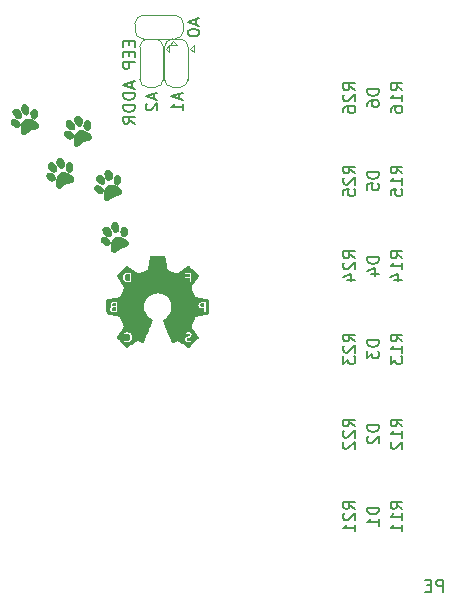
<source format=gbr>
G04 #@! TF.GenerationSoftware,KiCad,Pcbnew,(5.1.4)-1*
G04 #@! TF.CreationDate,2020-05-08T11:58:51+02:00*
G04 #@! TF.ProjectId,debounce_shield,6465626f-756e-4636-955f-736869656c64,rev?*
G04 #@! TF.SameCoordinates,Original*
G04 #@! TF.FileFunction,Legend,Bot*
G04 #@! TF.FilePolarity,Positive*
%FSLAX46Y46*%
G04 Gerber Fmt 4.6, Leading zero omitted, Abs format (unit mm)*
G04 Created by KiCad (PCBNEW (5.1.4)-1) date 2020-05-08 11:58:51*
%MOMM*%
%LPD*%
G04 APERTURE LIST*
%ADD10C,0.150000*%
%ADD11C,0.120000*%
%ADD12C,0.010000*%
G04 APERTURE END LIST*
D10*
X124728571Y-80823809D02*
X124728571Y-81157142D01*
X125252380Y-81300000D02*
X125252380Y-80823809D01*
X124252380Y-80823809D01*
X124252380Y-81300000D01*
X124728571Y-81728571D02*
X124728571Y-82061904D01*
X125252380Y-82204761D02*
X125252380Y-81728571D01*
X124252380Y-81728571D01*
X124252380Y-82204761D01*
X125252380Y-82633333D02*
X124252380Y-82633333D01*
X124252380Y-83014285D01*
X124300000Y-83109523D01*
X124347619Y-83157142D01*
X124442857Y-83204761D01*
X124585714Y-83204761D01*
X124680952Y-83157142D01*
X124728571Y-83109523D01*
X124776190Y-83014285D01*
X124776190Y-82633333D01*
X124966666Y-84347619D02*
X124966666Y-84823809D01*
X125252380Y-84252380D02*
X124252380Y-84585714D01*
X125252380Y-84919047D01*
X125252380Y-85252380D02*
X124252380Y-85252380D01*
X124252380Y-85490476D01*
X124300000Y-85633333D01*
X124395238Y-85728571D01*
X124490476Y-85776190D01*
X124680952Y-85823809D01*
X124823809Y-85823809D01*
X125014285Y-85776190D01*
X125109523Y-85728571D01*
X125204761Y-85633333D01*
X125252380Y-85490476D01*
X125252380Y-85252380D01*
X125252380Y-86252380D02*
X124252380Y-86252380D01*
X124252380Y-86490476D01*
X124300000Y-86633333D01*
X124395238Y-86728571D01*
X124490476Y-86776190D01*
X124680952Y-86823809D01*
X124823809Y-86823809D01*
X125014285Y-86776190D01*
X125109523Y-86728571D01*
X125204761Y-86633333D01*
X125252380Y-86490476D01*
X125252380Y-86252380D01*
X125252380Y-87823809D02*
X124776190Y-87490476D01*
X125252380Y-87252380D02*
X124252380Y-87252380D01*
X124252380Y-87633333D01*
X124300000Y-87728571D01*
X124347619Y-87776190D01*
X124442857Y-87823809D01*
X124585714Y-87823809D01*
X124680952Y-87776190D01*
X124728571Y-87728571D01*
X124776190Y-87633333D01*
X124776190Y-87252380D01*
X126866666Y-85285714D02*
X126866666Y-85761904D01*
X127152380Y-85190476D02*
X126152380Y-85523809D01*
X127152380Y-85857142D01*
X126247619Y-86142857D02*
X126200000Y-86190476D01*
X126152380Y-86285714D01*
X126152380Y-86523809D01*
X126200000Y-86619047D01*
X126247619Y-86666666D01*
X126342857Y-86714285D01*
X126438095Y-86714285D01*
X126580952Y-86666666D01*
X127152380Y-86095238D01*
X127152380Y-86714285D01*
X129016666Y-85285714D02*
X129016666Y-85761904D01*
X129302380Y-85190476D02*
X128302380Y-85523809D01*
X129302380Y-85857142D01*
X129302380Y-86714285D02*
X129302380Y-86142857D01*
X129302380Y-86428571D02*
X128302380Y-86428571D01*
X128445238Y-86333333D01*
X128540476Y-86238095D01*
X128588095Y-86142857D01*
X130416666Y-78985714D02*
X130416666Y-79461904D01*
X130702380Y-78890476D02*
X129702380Y-79223809D01*
X130702380Y-79557142D01*
X129702380Y-80080952D02*
X129702380Y-80176190D01*
X129750000Y-80271428D01*
X129797619Y-80319047D01*
X129892857Y-80366666D01*
X130083333Y-80414285D01*
X130321428Y-80414285D01*
X130511904Y-80366666D01*
X130607142Y-80319047D01*
X130654761Y-80271428D01*
X130702380Y-80176190D01*
X130702380Y-80080952D01*
X130654761Y-79985714D01*
X130607142Y-79938095D01*
X130511904Y-79890476D01*
X130321428Y-79842857D01*
X130083333Y-79842857D01*
X129892857Y-79890476D01*
X129797619Y-79938095D01*
X129750000Y-79985714D01*
X129702380Y-80080952D01*
X151314285Y-127452380D02*
X151314285Y-126452380D01*
X150933333Y-126452380D01*
X150838095Y-126500000D01*
X150790476Y-126547619D01*
X150742857Y-126642857D01*
X150742857Y-126785714D01*
X150790476Y-126880952D01*
X150838095Y-126928571D01*
X150933333Y-126976190D01*
X151314285Y-126976190D01*
X150314285Y-126928571D02*
X149980952Y-126928571D01*
X149838095Y-127452380D02*
X150314285Y-127452380D01*
X150314285Y-126452380D01*
X149838095Y-126452380D01*
D11*
X126350000Y-80650000D02*
G75*
G03X125650000Y-81350000I0J-700000D01*
G01*
X127650000Y-81350000D02*
G75*
G03X126950000Y-80650000I-700000J0D01*
G01*
X126950000Y-84750000D02*
G75*
G03X127650000Y-84050000I0J700000D01*
G01*
X125650000Y-84050000D02*
G75*
G03X126350000Y-84750000I700000J0D01*
G01*
X125650000Y-81300000D02*
X125650000Y-84100000D01*
X126350000Y-84750000D02*
X126950000Y-84750000D01*
X127650000Y-84100000D02*
X127650000Y-81300000D01*
X126950000Y-80650000D02*
X126350000Y-80650000D01*
X127850000Y-81500000D02*
X128150000Y-81200000D01*
X128150000Y-81200000D02*
X128150000Y-81800000D01*
X127850000Y-81500000D02*
X128150000Y-81800000D01*
X128450000Y-80650000D02*
G75*
G03X127750000Y-81350000I0J-700000D01*
G01*
X129750000Y-81350000D02*
G75*
G03X129050000Y-80650000I-700000J0D01*
G01*
X129050000Y-84750000D02*
G75*
G03X129750000Y-84050000I0J700000D01*
G01*
X127750000Y-84050000D02*
G75*
G03X128450000Y-84750000I700000J0D01*
G01*
X127750000Y-81300000D02*
X127750000Y-84100000D01*
X128450000Y-84750000D02*
X129050000Y-84750000D01*
X129750000Y-84100000D02*
X129750000Y-81300000D01*
X129050000Y-80650000D02*
X128450000Y-80650000D01*
X129950000Y-81500000D02*
X130250000Y-81200000D01*
X130250000Y-81200000D02*
X130250000Y-81800000D01*
X129950000Y-81500000D02*
X130250000Y-81800000D01*
X129350000Y-79350000D02*
G75*
G03X128650000Y-78650000I-700000J0D01*
G01*
X128650000Y-80650000D02*
G75*
G03X129350000Y-79950000I0J700000D01*
G01*
X125250000Y-79950000D02*
G75*
G03X125950000Y-80650000I700000J0D01*
G01*
X125950000Y-78650000D02*
G75*
G03X125250000Y-79350000I0J-700000D01*
G01*
X128700000Y-78650000D02*
X125900000Y-78650000D01*
X125250000Y-79350000D02*
X125250000Y-79950000D01*
X125900000Y-80650000D02*
X128700000Y-80650000D01*
X129350000Y-79950000D02*
X129350000Y-79350000D01*
X128500000Y-80850000D02*
X128800000Y-81150000D01*
X128800000Y-81150000D02*
X128200000Y-81150000D01*
X128500000Y-80850000D02*
X128200000Y-81150000D01*
D12*
G36*
X115746846Y-86206297D02*
G01*
X115652390Y-86318128D01*
X115610582Y-86431686D01*
X115606230Y-86582186D01*
X115653277Y-86741728D01*
X115738119Y-86888098D01*
X115847152Y-86999079D01*
X115966770Y-87052455D01*
X115991844Y-87054267D01*
X116068152Y-87026193D01*
X116141500Y-86969600D01*
X116207681Y-86849496D01*
X116227850Y-86688773D01*
X116206488Y-86514774D01*
X116148076Y-86354844D01*
X116057095Y-86236325D01*
X116016845Y-86208855D01*
X115871416Y-86168180D01*
X115746846Y-86206297D01*
X115746846Y-86206297D01*
G37*
X115746846Y-86206297D02*
X115652390Y-86318128D01*
X115610582Y-86431686D01*
X115606230Y-86582186D01*
X115653277Y-86741728D01*
X115738119Y-86888098D01*
X115847152Y-86999079D01*
X115966770Y-87052455D01*
X115991844Y-87054267D01*
X116068152Y-87026193D01*
X116141500Y-86969600D01*
X116207681Y-86849496D01*
X116227850Y-86688773D01*
X116206488Y-86514774D01*
X116148076Y-86354844D01*
X116057095Y-86236325D01*
X116016845Y-86208855D01*
X115871416Y-86168180D01*
X115746846Y-86206297D01*
G36*
X115014216Y-86580562D02*
G01*
X115002943Y-86586222D01*
X114908072Y-86679071D01*
X114874838Y-86811080D01*
X114901662Y-86965084D01*
X114986964Y-87123923D01*
X115060262Y-87209162D01*
X115207051Y-87316924D01*
X115353966Y-87356740D01*
X115484983Y-87327563D01*
X115575151Y-87242848D01*
X115617160Y-87110969D01*
X115595529Y-86965205D01*
X115524015Y-86821340D01*
X115416371Y-86695159D01*
X115286353Y-86602446D01*
X115147716Y-86558985D01*
X115014216Y-86580562D01*
X115014216Y-86580562D01*
G37*
X115014216Y-86580562D02*
X115002943Y-86586222D01*
X114908072Y-86679071D01*
X114874838Y-86811080D01*
X114901662Y-86965084D01*
X114986964Y-87123923D01*
X115060262Y-87209162D01*
X115207051Y-87316924D01*
X115353966Y-87356740D01*
X115484983Y-87327563D01*
X115575151Y-87242848D01*
X115617160Y-87110969D01*
X115595529Y-86965205D01*
X115524015Y-86821340D01*
X115416371Y-86695159D01*
X115286353Y-86602446D01*
X115147716Y-86558985D01*
X115014216Y-86580562D01*
G36*
X116596467Y-86579132D02*
G01*
X116498418Y-86644697D01*
X116433103Y-86766942D01*
X116404485Y-86922922D01*
X116416526Y-87089690D01*
X116473187Y-87244298D01*
X116479703Y-87255350D01*
X116580149Y-87360705D01*
X116698112Y-87398147D01*
X116812031Y-87365519D01*
X116880742Y-87295470D01*
X116951619Y-87134849D01*
X116969596Y-86967925D01*
X116941295Y-86811385D01*
X116873337Y-86681913D01*
X116772343Y-86596194D01*
X116644934Y-86570914D01*
X116596467Y-86579132D01*
X116596467Y-86579132D01*
G37*
X116596467Y-86579132D02*
X116498418Y-86644697D01*
X116433103Y-86766942D01*
X116404485Y-86922922D01*
X116416526Y-87089690D01*
X116473187Y-87244298D01*
X116479703Y-87255350D01*
X116580149Y-87360705D01*
X116698112Y-87398147D01*
X116812031Y-87365519D01*
X116880742Y-87295470D01*
X116951619Y-87134849D01*
X116969596Y-86967925D01*
X116941295Y-86811385D01*
X116873337Y-86681913D01*
X116772343Y-86596194D01*
X116644934Y-86570914D01*
X116596467Y-86579132D01*
G36*
X120242997Y-87175809D02*
G01*
X120186734Y-87233019D01*
X120129250Y-87379961D01*
X120126841Y-87553784D01*
X120172214Y-87728563D01*
X120258073Y-87878371D01*
X120377124Y-87977281D01*
X120398776Y-87986655D01*
X120480749Y-88017242D01*
X120523910Y-88021167D01*
X120569900Y-87998141D01*
X120591532Y-87985316D01*
X120676009Y-87893520D01*
X120730478Y-87751985D01*
X120744114Y-87593436D01*
X120737826Y-87543051D01*
X120680667Y-87378259D01*
X120587164Y-87250453D01*
X120472759Y-87168318D01*
X120352890Y-87140541D01*
X120242997Y-87175809D01*
X120242997Y-87175809D01*
G37*
X120242997Y-87175809D02*
X120186734Y-87233019D01*
X120129250Y-87379961D01*
X120126841Y-87553784D01*
X120172214Y-87728563D01*
X120258073Y-87878371D01*
X120377124Y-87977281D01*
X120398776Y-87986655D01*
X120480749Y-88017242D01*
X120523910Y-88021167D01*
X120569900Y-87998141D01*
X120591532Y-87985316D01*
X120676009Y-87893520D01*
X120730478Y-87751985D01*
X120744114Y-87593436D01*
X120737826Y-87543051D01*
X120680667Y-87378259D01*
X120587164Y-87250453D01*
X120472759Y-87168318D01*
X120352890Y-87140541D01*
X120242997Y-87175809D01*
G36*
X114855046Y-87455556D02*
G01*
X114773445Y-87523564D01*
X114744916Y-87649999D01*
X114744500Y-87673552D01*
X114773555Y-87804697D01*
X114868312Y-87941021D01*
X114887082Y-87961419D01*
X114992536Y-88058521D01*
X115089896Y-88102830D01*
X115203607Y-88112600D01*
X115332161Y-88099913D01*
X115411933Y-88052453D01*
X115444267Y-88010774D01*
X115485088Y-87931252D01*
X115483364Y-87855023D01*
X115450373Y-87763882D01*
X115340229Y-87591160D01*
X115186642Y-87477506D01*
X115006530Y-87435300D01*
X115001258Y-87435267D01*
X114855046Y-87455556D01*
X114855046Y-87455556D01*
G37*
X114855046Y-87455556D02*
X114773445Y-87523564D01*
X114744916Y-87649999D01*
X114744500Y-87673552D01*
X114773555Y-87804697D01*
X114868312Y-87941021D01*
X114887082Y-87961419D01*
X114992536Y-88058521D01*
X115089896Y-88102830D01*
X115203607Y-88112600D01*
X115332161Y-88099913D01*
X115411933Y-88052453D01*
X115444267Y-88010774D01*
X115485088Y-87931252D01*
X115483364Y-87855023D01*
X115450373Y-87763882D01*
X115340229Y-87591160D01*
X115186642Y-87477506D01*
X115006530Y-87435300D01*
X115001258Y-87435267D01*
X114855046Y-87455556D01*
G36*
X119557016Y-87538661D02*
G01*
X119543844Y-87542936D01*
X119428559Y-87620864D01*
X119380572Y-87744378D01*
X119401768Y-87905312D01*
X119438972Y-87997412D01*
X119543930Y-88153732D01*
X119675477Y-88262885D01*
X119816519Y-88317900D01*
X119949960Y-88311810D01*
X120050773Y-88246850D01*
X120111330Y-88124251D01*
X120108072Y-87980861D01*
X120053070Y-87833441D01*
X119958394Y-87698752D01*
X119836113Y-87593552D01*
X119698297Y-87534601D01*
X119557016Y-87538661D01*
X119557016Y-87538661D01*
G37*
X119557016Y-87538661D02*
X119543844Y-87542936D01*
X119428559Y-87620864D01*
X119380572Y-87744378D01*
X119401768Y-87905312D01*
X119438972Y-87997412D01*
X119543930Y-88153732D01*
X119675477Y-88262885D01*
X119816519Y-88317900D01*
X119949960Y-88311810D01*
X120050773Y-88246850D01*
X120111330Y-88124251D01*
X120108072Y-87980861D01*
X120053070Y-87833441D01*
X119958394Y-87698752D01*
X119836113Y-87593552D01*
X119698297Y-87534601D01*
X119557016Y-87538661D01*
G36*
X121024833Y-87594309D02*
G01*
X120950554Y-87691050D01*
X120903477Y-87817899D01*
X120890498Y-87961216D01*
X120918510Y-88107362D01*
X120994409Y-88242698D01*
X121015537Y-88266837D01*
X121137568Y-88350912D01*
X121261720Y-88353528D01*
X121373689Y-88277489D01*
X121429218Y-88179658D01*
X121452615Y-88033065D01*
X121454334Y-87960951D01*
X121446551Y-87812823D01*
X121415538Y-87713787D01*
X121349800Y-87629085D01*
X121341940Y-87621130D01*
X121227421Y-87545710D01*
X121119421Y-87541316D01*
X121024833Y-87594309D01*
X121024833Y-87594309D01*
G37*
X121024833Y-87594309D02*
X120950554Y-87691050D01*
X120903477Y-87817899D01*
X120890498Y-87961216D01*
X120918510Y-88107362D01*
X120994409Y-88242698D01*
X121015537Y-88266837D01*
X121137568Y-88350912D01*
X121261720Y-88353528D01*
X121373689Y-88277489D01*
X121429218Y-88179658D01*
X121452615Y-88033065D01*
X121454334Y-87960951D01*
X121446551Y-87812823D01*
X121415538Y-87713787D01*
X121349800Y-87629085D01*
X121341940Y-87621130D01*
X121227421Y-87545710D01*
X121119421Y-87541316D01*
X121024833Y-87594309D01*
G36*
X115993185Y-87433331D02*
G01*
X115825687Y-87525444D01*
X115701024Y-87681525D01*
X115698896Y-87685601D01*
X115636481Y-87853810D01*
X115593523Y-88062336D01*
X115573745Y-88278372D01*
X115580865Y-88469112D01*
X115599889Y-88558666D01*
X115645338Y-88668964D01*
X115703175Y-88721131D01*
X115793409Y-88739785D01*
X115876789Y-88738394D01*
X115952713Y-88707483D01*
X116043229Y-88634220D01*
X116138832Y-88538702D01*
X116243152Y-88432813D01*
X116322957Y-88356185D01*
X116361967Y-88324408D01*
X116362732Y-88324267D01*
X116469831Y-88312645D01*
X116612463Y-88283072D01*
X116760897Y-88243480D01*
X116885404Y-88201803D01*
X116956254Y-88165976D01*
X116956417Y-88165830D01*
X117026910Y-88055607D01*
X117016515Y-87926321D01*
X116926001Y-87781278D01*
X116848101Y-87701253D01*
X116630976Y-87539148D01*
X116408001Y-87440349D01*
X116191347Y-87405021D01*
X115993185Y-87433331D01*
X115993185Y-87433331D01*
G37*
X115993185Y-87433331D02*
X115825687Y-87525444D01*
X115701024Y-87681525D01*
X115698896Y-87685601D01*
X115636481Y-87853810D01*
X115593523Y-88062336D01*
X115573745Y-88278372D01*
X115580865Y-88469112D01*
X115599889Y-88558666D01*
X115645338Y-88668964D01*
X115703175Y-88721131D01*
X115793409Y-88739785D01*
X115876789Y-88738394D01*
X115952713Y-88707483D01*
X116043229Y-88634220D01*
X116138832Y-88538702D01*
X116243152Y-88432813D01*
X116322957Y-88356185D01*
X116361967Y-88324408D01*
X116362732Y-88324267D01*
X116469831Y-88312645D01*
X116612463Y-88283072D01*
X116760897Y-88243480D01*
X116885404Y-88201803D01*
X116956254Y-88165976D01*
X116956417Y-88165830D01*
X117026910Y-88055607D01*
X117016515Y-87926321D01*
X116926001Y-87781278D01*
X116848101Y-87701253D01*
X116630976Y-87539148D01*
X116408001Y-87440349D01*
X116191347Y-87405021D01*
X115993185Y-87433331D01*
G36*
X119350601Y-88438390D02*
G01*
X119267944Y-88517403D01*
X119244792Y-88631938D01*
X119282949Y-88767960D01*
X119384218Y-88911434D01*
X119421598Y-88948683D01*
X119571841Y-89050616D01*
X119723821Y-89088265D01*
X119858667Y-89059370D01*
X119923773Y-89008850D01*
X119983587Y-88889090D01*
X119975096Y-88756297D01*
X119909634Y-88626180D01*
X119798533Y-88514447D01*
X119653127Y-88436809D01*
X119490960Y-88408933D01*
X119350601Y-88438390D01*
X119350601Y-88438390D01*
G37*
X119350601Y-88438390D02*
X119267944Y-88517403D01*
X119244792Y-88631938D01*
X119282949Y-88767960D01*
X119384218Y-88911434D01*
X119421598Y-88948683D01*
X119571841Y-89050616D01*
X119723821Y-89088265D01*
X119858667Y-89059370D01*
X119923773Y-89008850D01*
X119983587Y-88889090D01*
X119975096Y-88756297D01*
X119909634Y-88626180D01*
X119798533Y-88514447D01*
X119653127Y-88436809D01*
X119490960Y-88408933D01*
X119350601Y-88438390D01*
G36*
X120488848Y-88401005D02*
G01*
X120320512Y-88504797D01*
X120197425Y-88678841D01*
X120118930Y-88924003D01*
X120087261Y-89180717D01*
X120089203Y-89429130D01*
X120127903Y-89603045D01*
X120201551Y-89701372D01*
X120308342Y-89723021D01*
X120446467Y-89666903D01*
X120614118Y-89531928D01*
X120635383Y-89511127D01*
X120764892Y-89391351D01*
X120875786Y-89318339D01*
X121002595Y-89272949D01*
X121106818Y-89249799D01*
X121314691Y-89189562D01*
X121459997Y-89106000D01*
X121535162Y-89005175D01*
X121536874Y-88905645D01*
X121457225Y-88764548D01*
X121316261Y-88625795D01*
X121136452Y-88503913D01*
X120940270Y-88413430D01*
X120750185Y-88368872D01*
X120703086Y-88366600D01*
X120488848Y-88401005D01*
X120488848Y-88401005D01*
G37*
X120488848Y-88401005D02*
X120320512Y-88504797D01*
X120197425Y-88678841D01*
X120118930Y-88924003D01*
X120087261Y-89180717D01*
X120089203Y-89429130D01*
X120127903Y-89603045D01*
X120201551Y-89701372D01*
X120308342Y-89723021D01*
X120446467Y-89666903D01*
X120614118Y-89531928D01*
X120635383Y-89511127D01*
X120764892Y-89391351D01*
X120875786Y-89318339D01*
X121002595Y-89272949D01*
X121106818Y-89249799D01*
X121314691Y-89189562D01*
X121459997Y-89106000D01*
X121535162Y-89005175D01*
X121536874Y-88905645D01*
X121457225Y-88764548D01*
X121316261Y-88625795D01*
X121136452Y-88503913D01*
X120940270Y-88413430D01*
X120750185Y-88368872D01*
X120703086Y-88366600D01*
X120488848Y-88401005D01*
G36*
X118797853Y-90709677D02*
G01*
X118691984Y-90774849D01*
X118627744Y-90893081D01*
X118604738Y-91043931D01*
X118622568Y-91206959D01*
X118680840Y-91361723D01*
X118779157Y-91487783D01*
X118813448Y-91514901D01*
X118942010Y-91576498D01*
X119050397Y-91559013D01*
X119144095Y-91472391D01*
X119214606Y-91329433D01*
X119229843Y-91168792D01*
X119197874Y-91008241D01*
X119126767Y-90865551D01*
X119024589Y-90758494D01*
X118899408Y-90704840D01*
X118797853Y-90709677D01*
X118797853Y-90709677D01*
G37*
X118797853Y-90709677D02*
X118691984Y-90774849D01*
X118627744Y-90893081D01*
X118604738Y-91043931D01*
X118622568Y-91206959D01*
X118680840Y-91361723D01*
X118779157Y-91487783D01*
X118813448Y-91514901D01*
X118942010Y-91576498D01*
X119050397Y-91559013D01*
X119144095Y-91472391D01*
X119214606Y-91329433D01*
X119229843Y-91168792D01*
X119197874Y-91008241D01*
X119126767Y-90865551D01*
X119024589Y-90758494D01*
X118899408Y-90704840D01*
X118797853Y-90709677D01*
G36*
X118030843Y-91110561D02*
G01*
X118013681Y-91119995D01*
X117934703Y-91182328D01*
X117896458Y-91273839D01*
X117885198Y-91365459D01*
X117884284Y-91478527D01*
X117911255Y-91563508D01*
X117980618Y-91653227D01*
X118038967Y-91713361D01*
X118160377Y-91819872D01*
X118264159Y-91870245D01*
X118350553Y-91880267D01*
X118464233Y-91866218D01*
X118543167Y-91832134D01*
X118546034Y-91829467D01*
X118587356Y-91737135D01*
X118592958Y-91601332D01*
X118564676Y-91454470D01*
X118518962Y-91350927D01*
X118428966Y-91246207D01*
X118307444Y-91152422D01*
X118285218Y-91139641D01*
X118179516Y-91088775D01*
X118107449Y-91080002D01*
X118030843Y-91110561D01*
X118030843Y-91110561D01*
G37*
X118030843Y-91110561D02*
X118013681Y-91119995D01*
X117934703Y-91182328D01*
X117896458Y-91273839D01*
X117885198Y-91365459D01*
X117884284Y-91478527D01*
X117911255Y-91563508D01*
X117980618Y-91653227D01*
X118038967Y-91713361D01*
X118160377Y-91819872D01*
X118264159Y-91870245D01*
X118350553Y-91880267D01*
X118464233Y-91866218D01*
X118543167Y-91832134D01*
X118546034Y-91829467D01*
X118587356Y-91737135D01*
X118592958Y-91601332D01*
X118564676Y-91454470D01*
X118518962Y-91350927D01*
X118428966Y-91246207D01*
X118307444Y-91152422D01*
X118285218Y-91139641D01*
X118179516Y-91088775D01*
X118107449Y-91080002D01*
X118030843Y-91110561D01*
G36*
X119530650Y-91149164D02*
G01*
X119450195Y-91250732D01*
X119398563Y-91386362D01*
X119386555Y-91539210D01*
X119403073Y-91632912D01*
X119476105Y-91795101D01*
X119575924Y-91892059D01*
X119689807Y-91918866D01*
X119805034Y-91870603D01*
X119863761Y-91811057D01*
X119938896Y-91655169D01*
X119951702Y-91479057D01*
X119906966Y-91308549D01*
X119809478Y-91169474D01*
X119734824Y-91115585D01*
X119629127Y-91098501D01*
X119530650Y-91149164D01*
X119530650Y-91149164D01*
G37*
X119530650Y-91149164D02*
X119450195Y-91250732D01*
X119398563Y-91386362D01*
X119386555Y-91539210D01*
X119403073Y-91632912D01*
X119476105Y-91795101D01*
X119575924Y-91892059D01*
X119689807Y-91918866D01*
X119805034Y-91870603D01*
X119863761Y-91811057D01*
X119938896Y-91655169D01*
X119951702Y-91479057D01*
X119906966Y-91308549D01*
X119809478Y-91169474D01*
X119734824Y-91115585D01*
X119629127Y-91098501D01*
X119530650Y-91149164D01*
G36*
X117874499Y-91974049D02*
G01*
X117800967Y-92015733D01*
X117765908Y-92090803D01*
X117750226Y-92203483D01*
X117750167Y-92210467D01*
X117788896Y-92366504D01*
X117890721Y-92504167D01*
X118034097Y-92602918D01*
X118197482Y-92642220D01*
X118203134Y-92642267D01*
X118322916Y-92629952D01*
X118408876Y-92599531D01*
X118419034Y-92591467D01*
X118462648Y-92495399D01*
X118462223Y-92362596D01*
X118419408Y-92227601D01*
X118400047Y-92194113D01*
X118293716Y-92083428D01*
X118154160Y-92004936D01*
X118006161Y-91966017D01*
X117874499Y-91974049D01*
X117874499Y-91974049D01*
G37*
X117874499Y-91974049D02*
X117800967Y-92015733D01*
X117765908Y-92090803D01*
X117750226Y-92203483D01*
X117750167Y-92210467D01*
X117788896Y-92366504D01*
X117890721Y-92504167D01*
X118034097Y-92602918D01*
X118197482Y-92642220D01*
X118203134Y-92642267D01*
X118322916Y-92629952D01*
X118408876Y-92599531D01*
X118419034Y-92591467D01*
X118462648Y-92495399D01*
X118462223Y-92362596D01*
X118419408Y-92227601D01*
X118400047Y-92194113D01*
X118293716Y-92083428D01*
X118154160Y-92004936D01*
X118006161Y-91966017D01*
X117874499Y-91974049D01*
G36*
X122791783Y-91789394D02*
G01*
X122705657Y-91887353D01*
X122664014Y-92031508D01*
X122672012Y-92206225D01*
X122717776Y-92357876D01*
X122811854Y-92515582D01*
X122926874Y-92604177D01*
X123051238Y-92619156D01*
X123173344Y-92556014D01*
X123189296Y-92540986D01*
X123271691Y-92407783D01*
X123296838Y-92248475D01*
X123271770Y-92083426D01*
X123203520Y-91933001D01*
X123099122Y-91817564D01*
X122965609Y-91757478D01*
X122917234Y-91753267D01*
X122791783Y-91789394D01*
X122791783Y-91789394D01*
G37*
X122791783Y-91789394D02*
X122705657Y-91887353D01*
X122664014Y-92031508D01*
X122672012Y-92206225D01*
X122717776Y-92357876D01*
X122811854Y-92515582D01*
X122926874Y-92604177D01*
X123051238Y-92619156D01*
X123173344Y-92556014D01*
X123189296Y-92540986D01*
X123271691Y-92407783D01*
X123296838Y-92248475D01*
X123271770Y-92083426D01*
X123203520Y-91933001D01*
X123099122Y-91817564D01*
X122965609Y-91757478D01*
X122917234Y-91753267D01*
X122791783Y-91789394D01*
G36*
X122092569Y-92153651D02*
G01*
X121995574Y-92230513D01*
X121945881Y-92373950D01*
X121941167Y-92449497D01*
X121954519Y-92562928D01*
X122005367Y-92661972D01*
X122105520Y-92774247D01*
X122260685Y-92893762D01*
X122409026Y-92940872D01*
X122539825Y-92913432D01*
X122594310Y-92872076D01*
X122654270Y-92757372D01*
X122655518Y-92611216D01*
X122604838Y-92455809D01*
X122509014Y-92313352D01*
X122394195Y-92217219D01*
X122228299Y-92147755D01*
X122092569Y-92153651D01*
X122092569Y-92153651D01*
G37*
X122092569Y-92153651D02*
X121995574Y-92230513D01*
X121945881Y-92373950D01*
X121941167Y-92449497D01*
X121954519Y-92562928D01*
X122005367Y-92661972D01*
X122105520Y-92774247D01*
X122260685Y-92893762D01*
X122409026Y-92940872D01*
X122539825Y-92913432D01*
X122594310Y-92872076D01*
X122654270Y-92757372D01*
X122655518Y-92611216D01*
X122604838Y-92455809D01*
X122509014Y-92313352D01*
X122394195Y-92217219D01*
X122228299Y-92147755D01*
X122092569Y-92153651D01*
G36*
X123681767Y-92157389D02*
G01*
X123658341Y-92167679D01*
X123552368Y-92256307D01*
X123474056Y-92395376D01*
X123438313Y-92551625D01*
X123444527Y-92644664D01*
X123502002Y-92791956D01*
X123593309Y-92909375D01*
X123698747Y-92974525D01*
X123740334Y-92980933D01*
X123840303Y-92946968D01*
X123927761Y-92869391D01*
X124005796Y-92706595D01*
X124015193Y-92522705D01*
X123957426Y-92344094D01*
X123893374Y-92252919D01*
X123811368Y-92169142D01*
X123751005Y-92140988D01*
X123681767Y-92157389D01*
X123681767Y-92157389D01*
G37*
X123681767Y-92157389D02*
X123658341Y-92167679D01*
X123552368Y-92256307D01*
X123474056Y-92395376D01*
X123438313Y-92551625D01*
X123444527Y-92644664D01*
X123502002Y-92791956D01*
X123593309Y-92909375D01*
X123698747Y-92974525D01*
X123740334Y-92980933D01*
X123840303Y-92946968D01*
X123927761Y-92869391D01*
X124005796Y-92706595D01*
X124015193Y-92522705D01*
X123957426Y-92344094D01*
X123893374Y-92252919D01*
X123811368Y-92169142D01*
X123751005Y-92140988D01*
X123681767Y-92157389D01*
G36*
X119001553Y-91961793D02*
G01*
X118829661Y-92068173D01*
X118696501Y-92224943D01*
X118670332Y-92273867D01*
X118628810Y-92398315D01*
X118593369Y-92569120D01*
X118572765Y-92738052D01*
X118567387Y-92964261D01*
X118593675Y-93120476D01*
X118655943Y-93216829D01*
X118758502Y-93263451D01*
X118798913Y-93269368D01*
X118886280Y-93267200D01*
X118963709Y-93231780D01*
X119055777Y-93149017D01*
X119109900Y-93091072D01*
X119240429Y-92965265D01*
X119375506Y-92881353D01*
X119544257Y-92824814D01*
X119710445Y-92791637D01*
X119867482Y-92738796D01*
X119982001Y-92648923D01*
X120034725Y-92538286D01*
X120036167Y-92516740D01*
X119998591Y-92402832D01*
X119898067Y-92277951D01*
X119752904Y-92154912D01*
X119581409Y-92046531D01*
X119401891Y-91965626D01*
X119232658Y-91925012D01*
X119187449Y-91922600D01*
X119001553Y-91961793D01*
X119001553Y-91961793D01*
G37*
X119001553Y-91961793D02*
X118829661Y-92068173D01*
X118696501Y-92224943D01*
X118670332Y-92273867D01*
X118628810Y-92398315D01*
X118593369Y-92569120D01*
X118572765Y-92738052D01*
X118567387Y-92964261D01*
X118593675Y-93120476D01*
X118655943Y-93216829D01*
X118758502Y-93263451D01*
X118798913Y-93269368D01*
X118886280Y-93267200D01*
X118963709Y-93231780D01*
X119055777Y-93149017D01*
X119109900Y-93091072D01*
X119240429Y-92965265D01*
X119375506Y-92881353D01*
X119544257Y-92824814D01*
X119710445Y-92791637D01*
X119867482Y-92738796D01*
X119982001Y-92648923D01*
X120034725Y-92538286D01*
X120036167Y-92516740D01*
X119998591Y-92402832D01*
X119898067Y-92277951D01*
X119752904Y-92154912D01*
X119581409Y-92046531D01*
X119401891Y-91965626D01*
X119232658Y-91925012D01*
X119187449Y-91922600D01*
X119001553Y-91961793D01*
G36*
X121927976Y-93042597D02*
G01*
X121845431Y-93108433D01*
X121815082Y-93232538D01*
X121814167Y-93268800D01*
X121852896Y-93424838D01*
X121954721Y-93562500D01*
X122098097Y-93661251D01*
X122261482Y-93700553D01*
X122267134Y-93700600D01*
X122386916Y-93688286D01*
X122472876Y-93657864D01*
X122483034Y-93649800D01*
X122537653Y-93542675D01*
X122529475Y-93412943D01*
X122470099Y-93278421D01*
X122371120Y-93156926D01*
X122244136Y-93066275D01*
X122100744Y-93024284D01*
X122075223Y-93023267D01*
X121927976Y-93042597D01*
X121927976Y-93042597D01*
G37*
X121927976Y-93042597D02*
X121845431Y-93108433D01*
X121815082Y-93232538D01*
X121814167Y-93268800D01*
X121852896Y-93424838D01*
X121954721Y-93562500D01*
X122098097Y-93661251D01*
X122261482Y-93700553D01*
X122267134Y-93700600D01*
X122386916Y-93688286D01*
X122472876Y-93657864D01*
X122483034Y-93649800D01*
X122537653Y-93542675D01*
X122529475Y-93412943D01*
X122470099Y-93278421D01*
X122371120Y-93156926D01*
X122244136Y-93066275D01*
X122100744Y-93024284D01*
X122075223Y-93023267D01*
X121927976Y-93042597D01*
G36*
X123222108Y-92989589D02*
G01*
X123198925Y-92991676D01*
X122990308Y-93048044D01*
X122829357Y-93173185D01*
X122714956Y-93368262D01*
X122660250Y-93555248D01*
X122631916Y-93759969D01*
X122628390Y-93960875D01*
X122648249Y-94133608D01*
X122690071Y-94253812D01*
X122702001Y-94270695D01*
X122801733Y-94333414D01*
X122927608Y-94320927D01*
X123071128Y-94235283D01*
X123149659Y-94162777D01*
X123307704Y-94016017D01*
X123454737Y-93924392D01*
X123623371Y-93870477D01*
X123732802Y-93851212D01*
X123913027Y-93800934D01*
X124038973Y-93715750D01*
X124097572Y-93605487D01*
X124100167Y-93575073D01*
X124064566Y-93470457D01*
X123968350Y-93346041D01*
X123827398Y-93218314D01*
X123657590Y-93103766D01*
X123633130Y-93090107D01*
X123485172Y-93018753D01*
X123362373Y-92988468D01*
X123222108Y-92989589D01*
X123222108Y-92989589D01*
G37*
X123222108Y-92989589D02*
X123198925Y-92991676D01*
X122990308Y-93048044D01*
X122829357Y-93173185D01*
X122714956Y-93368262D01*
X122660250Y-93555248D01*
X122631916Y-93759969D01*
X122628390Y-93960875D01*
X122648249Y-94133608D01*
X122690071Y-94253812D01*
X122702001Y-94270695D01*
X122801733Y-94333414D01*
X122927608Y-94320927D01*
X123071128Y-94235283D01*
X123149659Y-94162777D01*
X123307704Y-94016017D01*
X123454737Y-93924392D01*
X123623371Y-93870477D01*
X123732802Y-93851212D01*
X123913027Y-93800934D01*
X124038973Y-93715750D01*
X124097572Y-93605487D01*
X124100167Y-93575073D01*
X124064566Y-93470457D01*
X123968350Y-93346041D01*
X123827398Y-93218314D01*
X123657590Y-93103766D01*
X123633130Y-93090107D01*
X123485172Y-93018753D01*
X123362373Y-92988468D01*
X123222108Y-92989589D01*
G36*
X123356209Y-96179296D02*
G01*
X123287447Y-96262164D01*
X123268387Y-96299390D01*
X123220874Y-96490660D01*
X123253861Y-96683676D01*
X123364487Y-96865366D01*
X123400773Y-96904339D01*
X123503730Y-96999945D01*
X123577410Y-97036474D01*
X123648722Y-97018186D01*
X123734625Y-96957194D01*
X123808705Y-96880577D01*
X123840820Y-96783714D01*
X123846167Y-96679925D01*
X123817797Y-96460053D01*
X123736591Y-96294325D01*
X123608408Y-96190412D01*
X123446099Y-96155933D01*
X123356209Y-96179296D01*
X123356209Y-96179296D01*
G37*
X123356209Y-96179296D02*
X123287447Y-96262164D01*
X123268387Y-96299390D01*
X123220874Y-96490660D01*
X123253861Y-96683676D01*
X123364487Y-96865366D01*
X123400773Y-96904339D01*
X123503730Y-96999945D01*
X123577410Y-97036474D01*
X123648722Y-97018186D01*
X123734625Y-96957194D01*
X123808705Y-96880577D01*
X123840820Y-96783714D01*
X123846167Y-96679925D01*
X123817797Y-96460053D01*
X123736591Y-96294325D01*
X123608408Y-96190412D01*
X123446099Y-96155933D01*
X123356209Y-96179296D01*
G36*
X122617084Y-96571162D02*
G01*
X122530205Y-96662860D01*
X122495351Y-96795545D01*
X122517921Y-96952735D01*
X122574453Y-97074628D01*
X122698834Y-97217616D01*
X122854081Y-97307350D01*
X123017598Y-97333960D01*
X123118653Y-97312318D01*
X123190834Y-97242297D01*
X123227600Y-97121816D01*
X123221859Y-96980206D01*
X123209853Y-96935118D01*
X123135157Y-96796611D01*
X123018172Y-96669699D01*
X122883813Y-96575981D01*
X122756989Y-96537055D01*
X122750589Y-96536933D01*
X122617084Y-96571162D01*
X122617084Y-96571162D01*
G37*
X122617084Y-96571162D02*
X122530205Y-96662860D01*
X122495351Y-96795545D01*
X122517921Y-96952735D01*
X122574453Y-97074628D01*
X122698834Y-97217616D01*
X122854081Y-97307350D01*
X123017598Y-97333960D01*
X123118653Y-97312318D01*
X123190834Y-97242297D01*
X123227600Y-97121816D01*
X123221859Y-96980206D01*
X123209853Y-96935118D01*
X123135157Y-96796611D01*
X123018172Y-96669699D01*
X122883813Y-96575981D01*
X122756989Y-96537055D01*
X122750589Y-96536933D01*
X122617084Y-96571162D01*
G36*
X124181209Y-96574967D02*
G01*
X124093242Y-96672462D01*
X124032662Y-96804512D01*
X124015500Y-96918111D01*
X124038671Y-97108933D01*
X124100992Y-97255016D01*
X124191672Y-97347583D01*
X124299924Y-97377859D01*
X124414957Y-97337068D01*
X124470650Y-97288350D01*
X124571833Y-97123273D01*
X124592663Y-96934486D01*
X124566619Y-96814479D01*
X124494745Y-96677302D01*
X124392503Y-96577316D01*
X124283148Y-96536988D01*
X124279323Y-96536933D01*
X124181209Y-96574967D01*
X124181209Y-96574967D01*
G37*
X124181209Y-96574967D02*
X124093242Y-96672462D01*
X124032662Y-96804512D01*
X124015500Y-96918111D01*
X124038671Y-97108933D01*
X124100992Y-97255016D01*
X124191672Y-97347583D01*
X124299924Y-97377859D01*
X124414957Y-97337068D01*
X124470650Y-97288350D01*
X124571833Y-97123273D01*
X124592663Y-96934486D01*
X124566619Y-96814479D01*
X124494745Y-96677302D01*
X124392503Y-96577316D01*
X124283148Y-96536988D01*
X124279323Y-96536933D01*
X124181209Y-96574967D01*
G36*
X122476798Y-97442410D02*
G01*
X122389670Y-97522985D01*
X122366008Y-97649209D01*
X122409984Y-97811772D01*
X122428717Y-97850652D01*
X122521890Y-97966387D01*
X122652566Y-98051269D01*
X122797203Y-98098045D01*
X122932262Y-98099459D01*
X123034203Y-98048258D01*
X123041942Y-98039636D01*
X123094047Y-97918450D01*
X123080294Y-97780906D01*
X123012435Y-97644486D01*
X122902223Y-97526670D01*
X122761410Y-97444939D01*
X122623217Y-97416794D01*
X122476798Y-97442410D01*
X122476798Y-97442410D01*
G37*
X122476798Y-97442410D02*
X122389670Y-97522985D01*
X122366008Y-97649209D01*
X122409984Y-97811772D01*
X122428717Y-97850652D01*
X122521890Y-97966387D01*
X122652566Y-98051269D01*
X122797203Y-98098045D01*
X122932262Y-98099459D01*
X123034203Y-98048258D01*
X123041942Y-98039636D01*
X123094047Y-97918450D01*
X123080294Y-97780906D01*
X123012435Y-97644486D01*
X122902223Y-97526670D01*
X122761410Y-97444939D01*
X122623217Y-97416794D01*
X122476798Y-97442410D01*
G36*
X123758297Y-97393474D02*
G01*
X123574946Y-97432220D01*
X123439372Y-97517635D01*
X123331624Y-97665138D01*
X123285561Y-97758868D01*
X123231031Y-97928178D01*
X123199949Y-98123965D01*
X123192730Y-98321436D01*
X123209788Y-98495797D01*
X123251541Y-98622253D01*
X123270645Y-98649064D01*
X123376861Y-98725311D01*
X123492437Y-98723943D01*
X123623709Y-98643739D01*
X123705014Y-98565456D01*
X123862345Y-98416489D01*
X124012048Y-98323950D01*
X124186862Y-98269842D01*
X124269500Y-98255181D01*
X124474739Y-98201575D01*
X124603008Y-98117819D01*
X124652737Y-98007695D01*
X124622362Y-97874986D01*
X124510312Y-97723474D01*
X124495978Y-97708855D01*
X124262827Y-97521561D01*
X124020645Y-97415438D01*
X123773396Y-97392179D01*
X123758297Y-97393474D01*
X123758297Y-97393474D01*
G37*
X123758297Y-97393474D02*
X123574946Y-97432220D01*
X123439372Y-97517635D01*
X123331624Y-97665138D01*
X123285561Y-97758868D01*
X123231031Y-97928178D01*
X123199949Y-98123965D01*
X123192730Y-98321436D01*
X123209788Y-98495797D01*
X123251541Y-98622253D01*
X123270645Y-98649064D01*
X123376861Y-98725311D01*
X123492437Y-98723943D01*
X123623709Y-98643739D01*
X123705014Y-98565456D01*
X123862345Y-98416489D01*
X124012048Y-98323950D01*
X124186862Y-98269842D01*
X124269500Y-98255181D01*
X124474739Y-98201575D01*
X124603008Y-98117819D01*
X124652737Y-98007695D01*
X124622362Y-97874986D01*
X124510312Y-97723474D01*
X124495978Y-97708855D01*
X124262827Y-97521561D01*
X124020645Y-97415438D01*
X123773396Y-97392179D01*
X123758297Y-97393474D01*
G36*
X124550127Y-100544882D02*
G01*
X124475469Y-100580259D01*
X124424329Y-100639824D01*
X124396240Y-100724072D01*
X124390024Y-100806219D01*
X124401591Y-100906686D01*
X124435809Y-100983082D01*
X124493578Y-101037294D01*
X124502933Y-101042849D01*
X124560341Y-101065175D01*
X124630425Y-101079286D01*
X124695634Y-101082218D01*
X124718234Y-101079209D01*
X124729414Y-101073814D01*
X124737391Y-101060134D01*
X124742695Y-101033233D01*
X124745855Y-100988175D01*
X124747400Y-100920025D01*
X124747859Y-100823848D01*
X124747867Y-100802891D01*
X124747867Y-100533199D01*
X124648771Y-100533199D01*
X124550127Y-100544882D01*
X124550127Y-100544882D01*
G37*
X124550127Y-100544882D02*
X124475469Y-100580259D01*
X124424329Y-100639824D01*
X124396240Y-100724072D01*
X124390024Y-100806219D01*
X124401591Y-100906686D01*
X124435809Y-100983082D01*
X124493578Y-101037294D01*
X124502933Y-101042849D01*
X124560341Y-101065175D01*
X124630425Y-101079286D01*
X124695634Y-101082218D01*
X124718234Y-101079209D01*
X124729414Y-101073814D01*
X124737391Y-101060134D01*
X124742695Y-101033233D01*
X124745855Y-100988175D01*
X124747400Y-100920025D01*
X124747859Y-100823848D01*
X124747867Y-100802891D01*
X124747867Y-100533199D01*
X124648771Y-100533199D01*
X124550127Y-100544882D01*
G36*
X130913025Y-103042508D02*
G01*
X130838134Y-103052325D01*
X130791211Y-103071432D01*
X130766748Y-103104001D01*
X130759234Y-103154203D01*
X130759200Y-103158979D01*
X130769229Y-103215785D01*
X130801439Y-103252724D01*
X130859011Y-103272067D01*
X130923835Y-103276400D01*
X131013200Y-103276400D01*
X131013200Y-103035262D01*
X130913025Y-103042508D01*
X130913025Y-103042508D01*
G37*
X130913025Y-103042508D02*
X130838134Y-103052325D01*
X130791211Y-103071432D01*
X130766748Y-103104001D01*
X130759234Y-103154203D01*
X130759200Y-103158979D01*
X130769229Y-103215785D01*
X130801439Y-103252724D01*
X130859011Y-103272067D01*
X130923835Y-103276400D01*
X131013200Y-103276400D01*
X131013200Y-103035262D01*
X130913025Y-103042508D01*
G36*
X123482100Y-103022649D02*
G01*
X123398065Y-103031489D01*
X123341622Y-103057003D01*
X123313940Y-103098591D01*
X123311800Y-103110055D01*
X123320815Y-103156829D01*
X123359349Y-103189197D01*
X123425843Y-103206204D01*
X123473168Y-103208666D01*
X123562533Y-103208666D01*
X123562533Y-103022400D01*
X123482100Y-103022649D01*
X123482100Y-103022649D01*
G37*
X123482100Y-103022649D02*
X123398065Y-103031489D01*
X123341622Y-103057003D01*
X123313940Y-103098591D01*
X123311800Y-103110055D01*
X123320815Y-103156829D01*
X123359349Y-103189197D01*
X123425843Y-103206204D01*
X123473168Y-103208666D01*
X123562533Y-103208666D01*
X123562533Y-103022400D01*
X123482100Y-103022649D01*
G36*
X123465167Y-103378249D02*
G01*
X123380232Y-103383860D01*
X123323494Y-103401713D01*
X123290773Y-103434113D01*
X123278044Y-103481438D01*
X123279882Y-103527810D01*
X123298029Y-103559194D01*
X123337509Y-103579002D01*
X123403349Y-103590642D01*
X123444247Y-103594220D01*
X123562533Y-103602683D01*
X123562533Y-103378000D01*
X123465167Y-103378249D01*
X123465167Y-103378249D01*
G37*
X123465167Y-103378249D02*
X123380232Y-103383860D01*
X123323494Y-103401713D01*
X123290773Y-103434113D01*
X123278044Y-103481438D01*
X123279882Y-103527810D01*
X123298029Y-103559194D01*
X123337509Y-103579002D01*
X123403349Y-103590642D01*
X123444247Y-103594220D01*
X123562533Y-103602683D01*
X123562533Y-103378000D01*
X123465167Y-103378249D01*
G36*
X126545122Y-99047299D02*
G01*
X126538773Y-99072883D01*
X126527257Y-99127468D01*
X126511419Y-99206726D01*
X126492104Y-99306329D01*
X126470155Y-99421951D01*
X126446418Y-99549262D01*
X126433620Y-99618799D01*
X126401589Y-99790218D01*
X126374229Y-99929193D01*
X126351300Y-100036790D01*
X126332565Y-100114074D01*
X126317786Y-100162111D01*
X126308112Y-100180790D01*
X126285082Y-100195018D01*
X126235293Y-100219653D01*
X126163452Y-100252573D01*
X126074265Y-100291659D01*
X125972437Y-100334791D01*
X125899359Y-100364947D01*
X125776727Y-100414643D01*
X125681313Y-100452255D01*
X125609216Y-100479064D01*
X125556534Y-100496351D01*
X125519369Y-100505395D01*
X125493817Y-100507479D01*
X125476026Y-100503899D01*
X125452005Y-100490446D01*
X125403877Y-100460144D01*
X125335354Y-100415452D01*
X125261398Y-100366303D01*
X124951067Y-100366303D01*
X124951067Y-100804110D01*
X124950914Y-100937649D01*
X124950285Y-101041195D01*
X124948922Y-101118621D01*
X124946566Y-101173799D01*
X124942961Y-101210601D01*
X124937850Y-101232902D01*
X124930973Y-101244572D01*
X124922075Y-101249486D01*
X124921434Y-101249660D01*
X124869564Y-101257051D01*
X124794579Y-101260207D01*
X124706914Y-101259481D01*
X124617010Y-101255225D01*
X124535302Y-101247791D01*
X124472231Y-101237531D01*
X124458840Y-101234055D01*
X124371476Y-101194365D01*
X124292010Y-101133210D01*
X124228902Y-101058725D01*
X124190610Y-100979045D01*
X124189495Y-100975055D01*
X124174140Y-100882744D01*
X124171030Y-100777262D01*
X124180185Y-100676594D01*
X124189091Y-100634711D01*
X124223372Y-100559682D01*
X124281061Y-100486125D01*
X124352862Y-100424314D01*
X124407813Y-100392968D01*
X124475903Y-100372024D01*
X124566804Y-100356959D01*
X124669825Y-100348694D01*
X124774277Y-100348152D01*
X124855607Y-100354376D01*
X124951067Y-100366303D01*
X125261398Y-100366303D01*
X125250153Y-100358830D01*
X125151987Y-100292735D01*
X125044572Y-100219629D01*
X124986849Y-100180041D01*
X124877055Y-100105116D01*
X124775343Y-100036796D01*
X124685265Y-99977384D01*
X124610376Y-99929181D01*
X124554228Y-99894489D01*
X124520373Y-99875609D01*
X124512581Y-99872800D01*
X124494365Y-99884412D01*
X124456121Y-99916948D01*
X124401318Y-99966958D01*
X124333429Y-100030991D01*
X124255922Y-100105596D01*
X124172271Y-100187323D01*
X124085945Y-100272721D01*
X124000416Y-100358340D01*
X123919154Y-100440728D01*
X123845630Y-100516436D01*
X123783316Y-100582012D01*
X123735682Y-100634007D01*
X123706200Y-100668969D01*
X123698000Y-100682611D01*
X123707283Y-100701447D01*
X123733623Y-100744645D01*
X123774757Y-100808752D01*
X123828421Y-100890315D01*
X123892352Y-100985881D01*
X123964285Y-101091997D01*
X124013383Y-101163717D01*
X124089408Y-101275405D01*
X124158840Y-101379439D01*
X124219403Y-101472244D01*
X124268816Y-101550247D01*
X124304802Y-101609873D01*
X124325081Y-101647548D01*
X124328767Y-101658352D01*
X124322373Y-101681770D01*
X124304619Y-101731048D01*
X124277646Y-101800988D01*
X124243596Y-101886391D01*
X124204609Y-101982059D01*
X124162827Y-102082794D01*
X124120390Y-102183396D01*
X124079441Y-102278666D01*
X124042121Y-102363408D01*
X124010570Y-102432420D01*
X124005725Y-102442653D01*
X123997348Y-102460045D01*
X123988234Y-102474506D01*
X123974992Y-102486985D01*
X123954229Y-102498428D01*
X123922554Y-102509783D01*
X123876573Y-102521997D01*
X123812895Y-102536018D01*
X123728127Y-102552793D01*
X123618877Y-102573270D01*
X123481754Y-102598395D01*
X123384733Y-102616088D01*
X123260520Y-102639043D01*
X123145768Y-102660814D01*
X123045121Y-102680475D01*
X122963227Y-102697100D01*
X122904728Y-102709764D01*
X122874271Y-102717541D01*
X122872500Y-102718190D01*
X122834400Y-102733807D01*
X122834400Y-103299363D01*
X122834704Y-103462339D01*
X122835682Y-103594158D01*
X122837431Y-103697526D01*
X122840051Y-103775149D01*
X122843639Y-103829732D01*
X122848293Y-103863981D01*
X122854113Y-103880600D01*
X122855567Y-103882165D01*
X122876918Y-103889383D01*
X122927413Y-103901686D01*
X123002859Y-103918197D01*
X123099064Y-103938040D01*
X123211833Y-103960339D01*
X123336973Y-103984219D01*
X123401667Y-103996255D01*
X123531359Y-104020672D01*
X123650738Y-104044085D01*
X123755608Y-104065598D01*
X123841775Y-104084314D01*
X123905044Y-104099338D01*
X123941220Y-104109773D01*
X123947787Y-104112940D01*
X123958928Y-104132856D01*
X123980335Y-104179270D01*
X124009951Y-104247134D01*
X124045721Y-104331400D01*
X124085586Y-104427021D01*
X124127490Y-104528950D01*
X124169377Y-104632139D01*
X124209190Y-104731540D01*
X124244872Y-104822106D01*
X124274366Y-104898790D01*
X124295616Y-104956543D01*
X124306565Y-104990319D01*
X124307600Y-104995988D01*
X124298350Y-105014115D01*
X124272129Y-105056607D01*
X124231229Y-105119977D01*
X124177943Y-105200734D01*
X124114562Y-105295392D01*
X124043378Y-105400461D01*
X124002800Y-105459863D01*
X123928368Y-105569117D01*
X123860511Y-105669874D01*
X123801522Y-105758636D01*
X123753696Y-105831908D01*
X123719324Y-105886194D01*
X123700701Y-105917997D01*
X123698000Y-105924568D01*
X123709594Y-105940817D01*
X123742516Y-105977930D01*
X123793980Y-106032992D01*
X123861199Y-106103088D01*
X123941387Y-106185304D01*
X124031754Y-106276727D01*
X124102561Y-106347614D01*
X124212730Y-106457176D01*
X124301653Y-106544845D01*
X124371865Y-106612843D01*
X124425899Y-106663392D01*
X124466287Y-106698715D01*
X124495564Y-106721033D01*
X124516263Y-106732570D01*
X124530916Y-106735546D01*
X124541380Y-106732558D01*
X124563766Y-106718513D01*
X124610177Y-106687837D01*
X124676762Y-106643133D01*
X124759669Y-106586999D01*
X124855048Y-106522037D01*
X124959045Y-106450847D01*
X124982644Y-106434645D01*
X125087924Y-106363177D01*
X125185640Y-106298455D01*
X125271937Y-106242908D01*
X125342960Y-106198962D01*
X125394854Y-106169044D01*
X125423764Y-106155580D01*
X125426767Y-106155066D01*
X125455126Y-106162708D01*
X125506344Y-106183611D01*
X125573593Y-106214745D01*
X125650044Y-106253076D01*
X125664233Y-106260495D01*
X125753034Y-106305428D01*
X125820367Y-106335668D01*
X125863626Y-106350138D01*
X125879385Y-106349395D01*
X125890205Y-106329007D01*
X125912041Y-106280919D01*
X125943533Y-106208466D01*
X125983320Y-106114982D01*
X126030042Y-106003802D01*
X126068056Y-105912547D01*
X124989986Y-105912547D01*
X124976445Y-106022157D01*
X124944462Y-106122961D01*
X124894936Y-106208064D01*
X124828769Y-106270574D01*
X124822961Y-106274283D01*
X124702109Y-106330581D01*
X124573130Y-106354643D01*
X124434579Y-106346653D01*
X124366191Y-106331993D01*
X124310824Y-106316140D01*
X124269169Y-106301556D01*
X124252473Y-106292952D01*
X124249878Y-106270809D01*
X124257973Y-106230815D01*
X124272753Y-106184858D01*
X124290215Y-106144828D01*
X124306357Y-106122613D01*
X124310305Y-106121199D01*
X124337436Y-106128561D01*
X124359565Y-106138756D01*
X124406220Y-106152142D01*
X124472697Y-106157815D01*
X124545905Y-106156034D01*
X124612750Y-106147061D01*
X124657054Y-106132845D01*
X124712568Y-106085540D01*
X124749449Y-106012437D01*
X124766186Y-105916955D01*
X124767051Y-105883809D01*
X124754288Y-105778914D01*
X124718174Y-105697843D01*
X124660300Y-105641928D01*
X124582256Y-105612501D01*
X124485634Y-105610892D01*
X124448277Y-105617032D01*
X124379124Y-105630471D01*
X124335306Y-105634453D01*
X124309043Y-105626613D01*
X124292554Y-105604581D01*
X124278059Y-105565991D01*
X124277776Y-105565151D01*
X124265442Y-105516625D01*
X124264634Y-105483350D01*
X124267746Y-105476947D01*
X124300456Y-105459105D01*
X124356576Y-105441962D01*
X124425676Y-105427507D01*
X124497324Y-105417729D01*
X124561089Y-105414619D01*
X124586449Y-105416150D01*
X124694410Y-105442088D01*
X124794124Y-105490764D01*
X124876071Y-105556790D01*
X124910967Y-105599800D01*
X124958147Y-105694475D01*
X124984187Y-105801021D01*
X124989986Y-105912547D01*
X126068056Y-105912547D01*
X126082339Y-105878262D01*
X126138850Y-105741695D01*
X126198215Y-105597437D01*
X126259074Y-105448822D01*
X126320066Y-105299186D01*
X126379832Y-105151863D01*
X126437010Y-105010188D01*
X126490241Y-104877495D01*
X126538164Y-104757121D01*
X126579419Y-104652398D01*
X126612646Y-104566663D01*
X126636485Y-104503250D01*
X126649574Y-104465494D01*
X126651641Y-104456178D01*
X126632402Y-104433852D01*
X126595892Y-104407053D01*
X126588836Y-104402806D01*
X126431116Y-104294782D01*
X126287371Y-104164484D01*
X126162615Y-104017778D01*
X126061861Y-103860533D01*
X125992095Y-103704319D01*
X125956425Y-103566455D01*
X125937115Y-103411003D01*
X125934656Y-103250292D01*
X125949538Y-103096653D01*
X125964926Y-103021098D01*
X126013435Y-102872695D01*
X123765733Y-102872695D01*
X123765733Y-103748998D01*
X123710700Y-103758169D01*
X123570740Y-103773012D01*
X123428868Y-103772925D01*
X123298747Y-103758195D01*
X123254270Y-103748577D01*
X123166841Y-103711277D01*
X123103604Y-103651323D01*
X123066509Y-103571595D01*
X123057501Y-103474975D01*
X123058689Y-103459242D01*
X123068748Y-103398817D01*
X123089194Y-103356862D01*
X123120503Y-103323843D01*
X123173890Y-103276141D01*
X123135422Y-103224111D01*
X123106682Y-103159912D01*
X123099753Y-103084053D01*
X123114668Y-103010803D01*
X123134877Y-102972989D01*
X123193642Y-102920017D01*
X123280053Y-102881854D01*
X123390981Y-102859175D01*
X123523295Y-102852658D01*
X123654183Y-102860749D01*
X123765733Y-102872695D01*
X126013435Y-102872695D01*
X126024026Y-102840296D01*
X126107520Y-102679240D01*
X126219357Y-102530679D01*
X126250773Y-102496164D01*
X126402823Y-102355840D01*
X126565419Y-102247509D01*
X126739978Y-102170551D01*
X126927916Y-102124345D01*
X127130649Y-102108273D01*
X127136991Y-102108250D01*
X127338144Y-102124200D01*
X127529160Y-102172317D01*
X127708644Y-102252049D01*
X127875204Y-102362844D01*
X127956297Y-102432600D01*
X128094539Y-102582775D01*
X128201615Y-102746139D01*
X128277688Y-102923068D01*
X128322920Y-103113937D01*
X128337483Y-103311791D01*
X128321712Y-103512757D01*
X128274064Y-103702828D01*
X128194988Y-103881201D01*
X128084937Y-104047074D01*
X127944359Y-104199644D01*
X127773705Y-104338109D01*
X127753470Y-104352202D01*
X127686378Y-104399597D01*
X127643930Y-104433636D01*
X127621827Y-104458553D01*
X127615771Y-104478581D01*
X127616989Y-104486592D01*
X127626949Y-104515181D01*
X127648291Y-104570305D01*
X127679620Y-104648641D01*
X127719541Y-104746869D01*
X127766660Y-104861668D01*
X127819580Y-104989718D01*
X127876908Y-105127697D01*
X127937247Y-105272286D01*
X127999203Y-105420162D01*
X128061381Y-105568007D01*
X128122385Y-105712497D01*
X128180821Y-105850314D01*
X128235294Y-105978135D01*
X128284409Y-106092642D01*
X128326770Y-106190511D01*
X128360982Y-106268424D01*
X128385651Y-106323058D01*
X128399381Y-106351094D01*
X128401544Y-106354136D01*
X128422318Y-106348733D01*
X128466483Y-106329774D01*
X128527820Y-106300144D01*
X128600112Y-106262728D01*
X128609842Y-106257522D01*
X128685595Y-106218462D01*
X128753798Y-106186262D01*
X128807321Y-106164092D01*
X128839036Y-106155119D01*
X128840416Y-106155066D01*
X128865918Y-106164681D01*
X128916042Y-106192341D01*
X128987953Y-106236272D01*
X129078813Y-106294696D01*
X129185785Y-106365839D01*
X129283292Y-106432255D01*
X129388410Y-106504344D01*
X129486011Y-106570899D01*
X129572170Y-106629273D01*
X129642961Y-106676819D01*
X129694458Y-106710890D01*
X129722737Y-106728839D01*
X129725087Y-106730168D01*
X129736691Y-106734632D01*
X129750087Y-106734137D01*
X129767878Y-106726434D01*
X129792667Y-106709279D01*
X129827058Y-106680423D01*
X129873655Y-106637621D01*
X129935061Y-106578625D01*
X130013878Y-106501189D01*
X130112712Y-106403066D01*
X130168372Y-106347614D01*
X130264404Y-106251343D01*
X130352291Y-106162189D01*
X130429248Y-106083060D01*
X130492488Y-106016863D01*
X130539226Y-105966508D01*
X130566676Y-105934902D01*
X130572933Y-105925337D01*
X130563659Y-105907109D01*
X130537409Y-105864663D01*
X130496547Y-105801584D01*
X130443434Y-105721456D01*
X130400144Y-105657146D01*
X130042015Y-105657146D01*
X130035645Y-105739714D01*
X130033764Y-105746340D01*
X130006032Y-105809000D01*
X129960858Y-105861169D01*
X129892826Y-105907568D01*
X129796985Y-105952725D01*
X129721199Y-105984918D01*
X129671567Y-106009337D01*
X129642609Y-106030310D01*
X129628847Y-106052163D01*
X129624804Y-106079222D01*
X129624667Y-106088810D01*
X129639067Y-106133537D01*
X129679927Y-106161770D01*
X129743734Y-106172784D01*
X129826976Y-106165855D01*
X129905609Y-106146783D01*
X129954948Y-106132356D01*
X129989877Y-106123142D01*
X129999233Y-106121383D01*
X130011565Y-106136007D01*
X130024516Y-106172141D01*
X130035327Y-106217601D01*
X130041234Y-106260198D01*
X130039477Y-106287746D01*
X130037612Y-106290761D01*
X130007992Y-106306719D01*
X129955237Y-106323837D01*
X129889879Y-106339604D01*
X129822451Y-106351512D01*
X129763485Y-106357052D01*
X129758974Y-106357152D01*
X129694458Y-106352573D01*
X129622367Y-106339726D01*
X129595467Y-106332683D01*
X129505389Y-106290546D01*
X129456927Y-106247428D01*
X129427658Y-106210307D01*
X129411869Y-106175376D01*
X129405523Y-106129651D01*
X129404534Y-106078866D01*
X129406370Y-106015889D01*
X129414542Y-105973755D01*
X129433043Y-105939522D01*
X129456349Y-105910963D01*
X129517232Y-105860290D01*
X129610170Y-105810937D01*
X129644969Y-105796074D01*
X129721337Y-105761147D01*
X129778112Y-105727548D01*
X129808201Y-105699913D01*
X129824514Y-105669405D01*
X129818215Y-105648387D01*
X129795505Y-105627946D01*
X129739033Y-105602669D01*
X129663693Y-105599297D01*
X129576605Y-105618027D01*
X129566048Y-105621647D01*
X129524496Y-105635583D01*
X129499935Y-105642163D01*
X129497281Y-105642070D01*
X129490853Y-105625684D01*
X129476383Y-105587884D01*
X129466696Y-105562399D01*
X129450256Y-105515570D01*
X129446860Y-105489369D01*
X129456361Y-105473235D01*
X129465361Y-105466036D01*
X129503061Y-105448622D01*
X129562059Y-105431729D01*
X129629867Y-105418162D01*
X129693992Y-105410728D01*
X129714400Y-105410094D01*
X129814178Y-105423002D01*
X129900931Y-105458480D01*
X129970556Y-105512209D01*
X130018951Y-105579871D01*
X130042015Y-105657146D01*
X130400144Y-105657146D01*
X130380432Y-105627864D01*
X130309902Y-105524395D01*
X130282563Y-105484602D01*
X130208882Y-105376995D01*
X130140980Y-105276693D01*
X130081399Y-105187545D01*
X130032686Y-105113397D01*
X129997384Y-105058100D01*
X129978038Y-105025500D01*
X129975601Y-105020408D01*
X129972224Y-105003247D01*
X129974266Y-104978380D01*
X129982949Y-104942138D01*
X129999497Y-104890854D01*
X130025134Y-104820863D01*
X130061084Y-104728497D01*
X130108570Y-104610089D01*
X130130953Y-104554898D01*
X130177300Y-104441996D01*
X130220457Y-104339005D01*
X130258546Y-104250235D01*
X130289691Y-104179998D01*
X130312014Y-104132605D01*
X130323614Y-104112390D01*
X130344854Y-104104623D01*
X130395245Y-104091810D01*
X130470599Y-104074846D01*
X130566727Y-104054625D01*
X130679439Y-104032042D01*
X130804545Y-104007990D01*
X130869267Y-103995909D01*
X130998941Y-103971539D01*
X131118304Y-103948338D01*
X131223163Y-103927181D01*
X131309324Y-103908943D01*
X131372596Y-103894500D01*
X131408785Y-103884727D01*
X131415367Y-103881903D01*
X131421518Y-103868826D01*
X131426448Y-103838676D01*
X131430256Y-103788718D01*
X131433042Y-103716215D01*
X131434908Y-103618430D01*
X131435954Y-103492625D01*
X131436280Y-103336066D01*
X131436274Y-103312426D01*
X131435783Y-103178230D01*
X131434511Y-103054411D01*
X131432564Y-102945160D01*
X131430551Y-102872695D01*
X131233333Y-102872695D01*
X131233333Y-103308792D01*
X131232912Y-103427063D01*
X131231726Y-103534023D01*
X131229891Y-103625051D01*
X131227524Y-103695524D01*
X131224742Y-103740818D01*
X131222045Y-103756177D01*
X131200206Y-103762273D01*
X131155376Y-103766372D01*
X131111978Y-103767466D01*
X131013200Y-103767466D01*
X131013200Y-103467120D01*
X130886768Y-103459006D01*
X130767279Y-103441120D01*
X130670937Y-103405038D01*
X130600530Y-103352070D01*
X130570698Y-103310530D01*
X130546219Y-103236606D01*
X130539222Y-103148940D01*
X130549706Y-103062796D01*
X130570698Y-103005202D01*
X130622482Y-102943682D01*
X130702159Y-102897389D01*
X130807025Y-102867034D01*
X130934378Y-102853324D01*
X131081513Y-102856967D01*
X131121783Y-102860749D01*
X131233333Y-102872695D01*
X131430551Y-102872695D01*
X131430050Y-102854665D01*
X131427075Y-102787118D01*
X131423746Y-102746706D01*
X131421600Y-102737189D01*
X131400624Y-102727375D01*
X131348086Y-102712629D01*
X131265865Y-102693367D01*
X131155841Y-102670009D01*
X131019892Y-102642972D01*
X130870998Y-102614736D01*
X130739496Y-102589970D01*
X130617879Y-102566471D01*
X130510369Y-102545101D01*
X130421188Y-102526721D01*
X130354557Y-102512194D01*
X130314698Y-102502383D01*
X130305706Y-102499302D01*
X130289984Y-102479010D01*
X130264376Y-102432402D01*
X130231043Y-102364579D01*
X130192152Y-102280644D01*
X130149864Y-102185700D01*
X130106345Y-102084849D01*
X130063757Y-101983193D01*
X130024266Y-101885834D01*
X129990035Y-101797876D01*
X129963228Y-101724419D01*
X129946009Y-101670568D01*
X129940541Y-101641423D01*
X129940954Y-101639244D01*
X129953018Y-101618179D01*
X129981950Y-101572826D01*
X130025369Y-101506760D01*
X130080894Y-101423558D01*
X130146145Y-101326797D01*
X130190667Y-101261333D01*
X129997200Y-101261333D01*
X129794000Y-101261333D01*
X129794000Y-100888800D01*
X129438400Y-100888800D01*
X129438400Y-100702533D01*
X129794000Y-100702533D01*
X129794000Y-100533199D01*
X129385830Y-100533199D01*
X129390949Y-100444299D01*
X129396067Y-100355400D01*
X129696633Y-100350775D01*
X129997200Y-100346151D01*
X129997200Y-101261333D01*
X130190667Y-101261333D01*
X130218742Y-101220053D01*
X130262595Y-101155970D01*
X130337763Y-101045748D01*
X130406369Y-100943953D01*
X130466137Y-100854058D01*
X130514789Y-100779533D01*
X130550050Y-100723851D01*
X130569644Y-100690483D01*
X130572933Y-100682663D01*
X130561239Y-100664464D01*
X130528473Y-100626380D01*
X130478108Y-100571857D01*
X130413619Y-100504342D01*
X130338478Y-100427285D01*
X130256159Y-100344131D01*
X130170136Y-100258328D01*
X130083883Y-100173324D01*
X130000874Y-100092567D01*
X129924582Y-100019503D01*
X129858480Y-99957581D01*
X129806042Y-99910247D01*
X129770743Y-99880949D01*
X129756916Y-99872800D01*
X129736314Y-99882097D01*
X129691393Y-99908492D01*
X129625629Y-99949741D01*
X129542502Y-100003598D01*
X129445490Y-100067817D01*
X129338072Y-100140155D01*
X129258387Y-100194533D01*
X129146019Y-100271155D01*
X129041912Y-100341249D01*
X128949492Y-100402575D01*
X128872188Y-100452895D01*
X128813427Y-100489970D01*
X128776636Y-100511562D01*
X128765745Y-100516266D01*
X128744327Y-100510120D01*
X128696593Y-100492992D01*
X128627518Y-100466853D01*
X128542080Y-100433671D01*
X128445255Y-100395415D01*
X128342018Y-100354053D01*
X128237348Y-100311554D01*
X128136220Y-100269887D01*
X128043611Y-100231022D01*
X128028803Y-100224720D01*
X128005808Y-100215412D01*
X127986921Y-100206974D01*
X127971135Y-100196154D01*
X127957444Y-100179694D01*
X127944843Y-100154341D01*
X127932324Y-100116840D01*
X127918883Y-100063935D01*
X127903512Y-99992372D01*
X127885205Y-99898896D01*
X127862957Y-99780251D01*
X127835762Y-99633184D01*
X127820567Y-99551066D01*
X127796660Y-99422990D01*
X127774434Y-99305670D01*
X127754700Y-99203245D01*
X127738266Y-99119852D01*
X127725943Y-99059628D01*
X127718540Y-99026709D01*
X127717025Y-99021900D01*
X127698843Y-99018898D01*
X127650755Y-99016149D01*
X127576722Y-99013740D01*
X127480706Y-99011756D01*
X127366665Y-99010284D01*
X127238563Y-99009411D01*
X127134048Y-99009199D01*
X126558895Y-99009199D01*
X126545122Y-99047299D01*
X126545122Y-99047299D01*
G37*
X126545122Y-99047299D02*
X126538773Y-99072883D01*
X126527257Y-99127468D01*
X126511419Y-99206726D01*
X126492104Y-99306329D01*
X126470155Y-99421951D01*
X126446418Y-99549262D01*
X126433620Y-99618799D01*
X126401589Y-99790218D01*
X126374229Y-99929193D01*
X126351300Y-100036790D01*
X126332565Y-100114074D01*
X126317786Y-100162111D01*
X126308112Y-100180790D01*
X126285082Y-100195018D01*
X126235293Y-100219653D01*
X126163452Y-100252573D01*
X126074265Y-100291659D01*
X125972437Y-100334791D01*
X125899359Y-100364947D01*
X125776727Y-100414643D01*
X125681313Y-100452255D01*
X125609216Y-100479064D01*
X125556534Y-100496351D01*
X125519369Y-100505395D01*
X125493817Y-100507479D01*
X125476026Y-100503899D01*
X125452005Y-100490446D01*
X125403877Y-100460144D01*
X125335354Y-100415452D01*
X125261398Y-100366303D01*
X124951067Y-100366303D01*
X124951067Y-100804110D01*
X124950914Y-100937649D01*
X124950285Y-101041195D01*
X124948922Y-101118621D01*
X124946566Y-101173799D01*
X124942961Y-101210601D01*
X124937850Y-101232902D01*
X124930973Y-101244572D01*
X124922075Y-101249486D01*
X124921434Y-101249660D01*
X124869564Y-101257051D01*
X124794579Y-101260207D01*
X124706914Y-101259481D01*
X124617010Y-101255225D01*
X124535302Y-101247791D01*
X124472231Y-101237531D01*
X124458840Y-101234055D01*
X124371476Y-101194365D01*
X124292010Y-101133210D01*
X124228902Y-101058725D01*
X124190610Y-100979045D01*
X124189495Y-100975055D01*
X124174140Y-100882744D01*
X124171030Y-100777262D01*
X124180185Y-100676594D01*
X124189091Y-100634711D01*
X124223372Y-100559682D01*
X124281061Y-100486125D01*
X124352862Y-100424314D01*
X124407813Y-100392968D01*
X124475903Y-100372024D01*
X124566804Y-100356959D01*
X124669825Y-100348694D01*
X124774277Y-100348152D01*
X124855607Y-100354376D01*
X124951067Y-100366303D01*
X125261398Y-100366303D01*
X125250153Y-100358830D01*
X125151987Y-100292735D01*
X125044572Y-100219629D01*
X124986849Y-100180041D01*
X124877055Y-100105116D01*
X124775343Y-100036796D01*
X124685265Y-99977384D01*
X124610376Y-99929181D01*
X124554228Y-99894489D01*
X124520373Y-99875609D01*
X124512581Y-99872800D01*
X124494365Y-99884412D01*
X124456121Y-99916948D01*
X124401318Y-99966958D01*
X124333429Y-100030991D01*
X124255922Y-100105596D01*
X124172271Y-100187323D01*
X124085945Y-100272721D01*
X124000416Y-100358340D01*
X123919154Y-100440728D01*
X123845630Y-100516436D01*
X123783316Y-100582012D01*
X123735682Y-100634007D01*
X123706200Y-100668969D01*
X123698000Y-100682611D01*
X123707283Y-100701447D01*
X123733623Y-100744645D01*
X123774757Y-100808752D01*
X123828421Y-100890315D01*
X123892352Y-100985881D01*
X123964285Y-101091997D01*
X124013383Y-101163717D01*
X124089408Y-101275405D01*
X124158840Y-101379439D01*
X124219403Y-101472244D01*
X124268816Y-101550247D01*
X124304802Y-101609873D01*
X124325081Y-101647548D01*
X124328767Y-101658352D01*
X124322373Y-101681770D01*
X124304619Y-101731048D01*
X124277646Y-101800988D01*
X124243596Y-101886391D01*
X124204609Y-101982059D01*
X124162827Y-102082794D01*
X124120390Y-102183396D01*
X124079441Y-102278666D01*
X124042121Y-102363408D01*
X124010570Y-102432420D01*
X124005725Y-102442653D01*
X123997348Y-102460045D01*
X123988234Y-102474506D01*
X123974992Y-102486985D01*
X123954229Y-102498428D01*
X123922554Y-102509783D01*
X123876573Y-102521997D01*
X123812895Y-102536018D01*
X123728127Y-102552793D01*
X123618877Y-102573270D01*
X123481754Y-102598395D01*
X123384733Y-102616088D01*
X123260520Y-102639043D01*
X123145768Y-102660814D01*
X123045121Y-102680475D01*
X122963227Y-102697100D01*
X122904728Y-102709764D01*
X122874271Y-102717541D01*
X122872500Y-102718190D01*
X122834400Y-102733807D01*
X122834400Y-103299363D01*
X122834704Y-103462339D01*
X122835682Y-103594158D01*
X122837431Y-103697526D01*
X122840051Y-103775149D01*
X122843639Y-103829732D01*
X122848293Y-103863981D01*
X122854113Y-103880600D01*
X122855567Y-103882165D01*
X122876918Y-103889383D01*
X122927413Y-103901686D01*
X123002859Y-103918197D01*
X123099064Y-103938040D01*
X123211833Y-103960339D01*
X123336973Y-103984219D01*
X123401667Y-103996255D01*
X123531359Y-104020672D01*
X123650738Y-104044085D01*
X123755608Y-104065598D01*
X123841775Y-104084314D01*
X123905044Y-104099338D01*
X123941220Y-104109773D01*
X123947787Y-104112940D01*
X123958928Y-104132856D01*
X123980335Y-104179270D01*
X124009951Y-104247134D01*
X124045721Y-104331400D01*
X124085586Y-104427021D01*
X124127490Y-104528950D01*
X124169377Y-104632139D01*
X124209190Y-104731540D01*
X124244872Y-104822106D01*
X124274366Y-104898790D01*
X124295616Y-104956543D01*
X124306565Y-104990319D01*
X124307600Y-104995988D01*
X124298350Y-105014115D01*
X124272129Y-105056607D01*
X124231229Y-105119977D01*
X124177943Y-105200734D01*
X124114562Y-105295392D01*
X124043378Y-105400461D01*
X124002800Y-105459863D01*
X123928368Y-105569117D01*
X123860511Y-105669874D01*
X123801522Y-105758636D01*
X123753696Y-105831908D01*
X123719324Y-105886194D01*
X123700701Y-105917997D01*
X123698000Y-105924568D01*
X123709594Y-105940817D01*
X123742516Y-105977930D01*
X123793980Y-106032992D01*
X123861199Y-106103088D01*
X123941387Y-106185304D01*
X124031754Y-106276727D01*
X124102561Y-106347614D01*
X124212730Y-106457176D01*
X124301653Y-106544845D01*
X124371865Y-106612843D01*
X124425899Y-106663392D01*
X124466287Y-106698715D01*
X124495564Y-106721033D01*
X124516263Y-106732570D01*
X124530916Y-106735546D01*
X124541380Y-106732558D01*
X124563766Y-106718513D01*
X124610177Y-106687837D01*
X124676762Y-106643133D01*
X124759669Y-106586999D01*
X124855048Y-106522037D01*
X124959045Y-106450847D01*
X124982644Y-106434645D01*
X125087924Y-106363177D01*
X125185640Y-106298455D01*
X125271937Y-106242908D01*
X125342960Y-106198962D01*
X125394854Y-106169044D01*
X125423764Y-106155580D01*
X125426767Y-106155066D01*
X125455126Y-106162708D01*
X125506344Y-106183611D01*
X125573593Y-106214745D01*
X125650044Y-106253076D01*
X125664233Y-106260495D01*
X125753034Y-106305428D01*
X125820367Y-106335668D01*
X125863626Y-106350138D01*
X125879385Y-106349395D01*
X125890205Y-106329007D01*
X125912041Y-106280919D01*
X125943533Y-106208466D01*
X125983320Y-106114982D01*
X126030042Y-106003802D01*
X126068056Y-105912547D01*
X124989986Y-105912547D01*
X124976445Y-106022157D01*
X124944462Y-106122961D01*
X124894936Y-106208064D01*
X124828769Y-106270574D01*
X124822961Y-106274283D01*
X124702109Y-106330581D01*
X124573130Y-106354643D01*
X124434579Y-106346653D01*
X124366191Y-106331993D01*
X124310824Y-106316140D01*
X124269169Y-106301556D01*
X124252473Y-106292952D01*
X124249878Y-106270809D01*
X124257973Y-106230815D01*
X124272753Y-106184858D01*
X124290215Y-106144828D01*
X124306357Y-106122613D01*
X124310305Y-106121199D01*
X124337436Y-106128561D01*
X124359565Y-106138756D01*
X124406220Y-106152142D01*
X124472697Y-106157815D01*
X124545905Y-106156034D01*
X124612750Y-106147061D01*
X124657054Y-106132845D01*
X124712568Y-106085540D01*
X124749449Y-106012437D01*
X124766186Y-105916955D01*
X124767051Y-105883809D01*
X124754288Y-105778914D01*
X124718174Y-105697843D01*
X124660300Y-105641928D01*
X124582256Y-105612501D01*
X124485634Y-105610892D01*
X124448277Y-105617032D01*
X124379124Y-105630471D01*
X124335306Y-105634453D01*
X124309043Y-105626613D01*
X124292554Y-105604581D01*
X124278059Y-105565991D01*
X124277776Y-105565151D01*
X124265442Y-105516625D01*
X124264634Y-105483350D01*
X124267746Y-105476947D01*
X124300456Y-105459105D01*
X124356576Y-105441962D01*
X124425676Y-105427507D01*
X124497324Y-105417729D01*
X124561089Y-105414619D01*
X124586449Y-105416150D01*
X124694410Y-105442088D01*
X124794124Y-105490764D01*
X124876071Y-105556790D01*
X124910967Y-105599800D01*
X124958147Y-105694475D01*
X124984187Y-105801021D01*
X124989986Y-105912547D01*
X126068056Y-105912547D01*
X126082339Y-105878262D01*
X126138850Y-105741695D01*
X126198215Y-105597437D01*
X126259074Y-105448822D01*
X126320066Y-105299186D01*
X126379832Y-105151863D01*
X126437010Y-105010188D01*
X126490241Y-104877495D01*
X126538164Y-104757121D01*
X126579419Y-104652398D01*
X126612646Y-104566663D01*
X126636485Y-104503250D01*
X126649574Y-104465494D01*
X126651641Y-104456178D01*
X126632402Y-104433852D01*
X126595892Y-104407053D01*
X126588836Y-104402806D01*
X126431116Y-104294782D01*
X126287371Y-104164484D01*
X126162615Y-104017778D01*
X126061861Y-103860533D01*
X125992095Y-103704319D01*
X125956425Y-103566455D01*
X125937115Y-103411003D01*
X125934656Y-103250292D01*
X125949538Y-103096653D01*
X125964926Y-103021098D01*
X126013435Y-102872695D01*
X123765733Y-102872695D01*
X123765733Y-103748998D01*
X123710700Y-103758169D01*
X123570740Y-103773012D01*
X123428868Y-103772925D01*
X123298747Y-103758195D01*
X123254270Y-103748577D01*
X123166841Y-103711277D01*
X123103604Y-103651323D01*
X123066509Y-103571595D01*
X123057501Y-103474975D01*
X123058689Y-103459242D01*
X123068748Y-103398817D01*
X123089194Y-103356862D01*
X123120503Y-103323843D01*
X123173890Y-103276141D01*
X123135422Y-103224111D01*
X123106682Y-103159912D01*
X123099753Y-103084053D01*
X123114668Y-103010803D01*
X123134877Y-102972989D01*
X123193642Y-102920017D01*
X123280053Y-102881854D01*
X123390981Y-102859175D01*
X123523295Y-102852658D01*
X123654183Y-102860749D01*
X123765733Y-102872695D01*
X126013435Y-102872695D01*
X126024026Y-102840296D01*
X126107520Y-102679240D01*
X126219357Y-102530679D01*
X126250773Y-102496164D01*
X126402823Y-102355840D01*
X126565419Y-102247509D01*
X126739978Y-102170551D01*
X126927916Y-102124345D01*
X127130649Y-102108273D01*
X127136991Y-102108250D01*
X127338144Y-102124200D01*
X127529160Y-102172317D01*
X127708644Y-102252049D01*
X127875204Y-102362844D01*
X127956297Y-102432600D01*
X128094539Y-102582775D01*
X128201615Y-102746139D01*
X128277688Y-102923068D01*
X128322920Y-103113937D01*
X128337483Y-103311791D01*
X128321712Y-103512757D01*
X128274064Y-103702828D01*
X128194988Y-103881201D01*
X128084937Y-104047074D01*
X127944359Y-104199644D01*
X127773705Y-104338109D01*
X127753470Y-104352202D01*
X127686378Y-104399597D01*
X127643930Y-104433636D01*
X127621827Y-104458553D01*
X127615771Y-104478581D01*
X127616989Y-104486592D01*
X127626949Y-104515181D01*
X127648291Y-104570305D01*
X127679620Y-104648641D01*
X127719541Y-104746869D01*
X127766660Y-104861668D01*
X127819580Y-104989718D01*
X127876908Y-105127697D01*
X127937247Y-105272286D01*
X127999203Y-105420162D01*
X128061381Y-105568007D01*
X128122385Y-105712497D01*
X128180821Y-105850314D01*
X128235294Y-105978135D01*
X128284409Y-106092642D01*
X128326770Y-106190511D01*
X128360982Y-106268424D01*
X128385651Y-106323058D01*
X128399381Y-106351094D01*
X128401544Y-106354136D01*
X128422318Y-106348733D01*
X128466483Y-106329774D01*
X128527820Y-106300144D01*
X128600112Y-106262728D01*
X128609842Y-106257522D01*
X128685595Y-106218462D01*
X128753798Y-106186262D01*
X128807321Y-106164092D01*
X128839036Y-106155119D01*
X128840416Y-106155066D01*
X128865918Y-106164681D01*
X128916042Y-106192341D01*
X128987953Y-106236272D01*
X129078813Y-106294696D01*
X129185785Y-106365839D01*
X129283292Y-106432255D01*
X129388410Y-106504344D01*
X129486011Y-106570899D01*
X129572170Y-106629273D01*
X129642961Y-106676819D01*
X129694458Y-106710890D01*
X129722737Y-106728839D01*
X129725087Y-106730168D01*
X129736691Y-106734632D01*
X129750087Y-106734137D01*
X129767878Y-106726434D01*
X129792667Y-106709279D01*
X129827058Y-106680423D01*
X129873655Y-106637621D01*
X129935061Y-106578625D01*
X130013878Y-106501189D01*
X130112712Y-106403066D01*
X130168372Y-106347614D01*
X130264404Y-106251343D01*
X130352291Y-106162189D01*
X130429248Y-106083060D01*
X130492488Y-106016863D01*
X130539226Y-105966508D01*
X130566676Y-105934902D01*
X130572933Y-105925337D01*
X130563659Y-105907109D01*
X130537409Y-105864663D01*
X130496547Y-105801584D01*
X130443434Y-105721456D01*
X130400144Y-105657146D01*
X130042015Y-105657146D01*
X130035645Y-105739714D01*
X130033764Y-105746340D01*
X130006032Y-105809000D01*
X129960858Y-105861169D01*
X129892826Y-105907568D01*
X129796985Y-105952725D01*
X129721199Y-105984918D01*
X129671567Y-106009337D01*
X129642609Y-106030310D01*
X129628847Y-106052163D01*
X129624804Y-106079222D01*
X129624667Y-106088810D01*
X129639067Y-106133537D01*
X129679927Y-106161770D01*
X129743734Y-106172784D01*
X129826976Y-106165855D01*
X129905609Y-106146783D01*
X129954948Y-106132356D01*
X129989877Y-106123142D01*
X129999233Y-106121383D01*
X130011565Y-106136007D01*
X130024516Y-106172141D01*
X130035327Y-106217601D01*
X130041234Y-106260198D01*
X130039477Y-106287746D01*
X130037612Y-106290761D01*
X130007992Y-106306719D01*
X129955237Y-106323837D01*
X129889879Y-106339604D01*
X129822451Y-106351512D01*
X129763485Y-106357052D01*
X129758974Y-106357152D01*
X129694458Y-106352573D01*
X129622367Y-106339726D01*
X129595467Y-106332683D01*
X129505389Y-106290546D01*
X129456927Y-106247428D01*
X129427658Y-106210307D01*
X129411869Y-106175376D01*
X129405523Y-106129651D01*
X129404534Y-106078866D01*
X129406370Y-106015889D01*
X129414542Y-105973755D01*
X129433043Y-105939522D01*
X129456349Y-105910963D01*
X129517232Y-105860290D01*
X129610170Y-105810937D01*
X129644969Y-105796074D01*
X129721337Y-105761147D01*
X129778112Y-105727548D01*
X129808201Y-105699913D01*
X129824514Y-105669405D01*
X129818215Y-105648387D01*
X129795505Y-105627946D01*
X129739033Y-105602669D01*
X129663693Y-105599297D01*
X129576605Y-105618027D01*
X129566048Y-105621647D01*
X129524496Y-105635583D01*
X129499935Y-105642163D01*
X129497281Y-105642070D01*
X129490853Y-105625684D01*
X129476383Y-105587884D01*
X129466696Y-105562399D01*
X129450256Y-105515570D01*
X129446860Y-105489369D01*
X129456361Y-105473235D01*
X129465361Y-105466036D01*
X129503061Y-105448622D01*
X129562059Y-105431729D01*
X129629867Y-105418162D01*
X129693992Y-105410728D01*
X129714400Y-105410094D01*
X129814178Y-105423002D01*
X129900931Y-105458480D01*
X129970556Y-105512209D01*
X130018951Y-105579871D01*
X130042015Y-105657146D01*
X130400144Y-105657146D01*
X130380432Y-105627864D01*
X130309902Y-105524395D01*
X130282563Y-105484602D01*
X130208882Y-105376995D01*
X130140980Y-105276693D01*
X130081399Y-105187545D01*
X130032686Y-105113397D01*
X129997384Y-105058100D01*
X129978038Y-105025500D01*
X129975601Y-105020408D01*
X129972224Y-105003247D01*
X129974266Y-104978380D01*
X129982949Y-104942138D01*
X129999497Y-104890854D01*
X130025134Y-104820863D01*
X130061084Y-104728497D01*
X130108570Y-104610089D01*
X130130953Y-104554898D01*
X130177300Y-104441996D01*
X130220457Y-104339005D01*
X130258546Y-104250235D01*
X130289691Y-104179998D01*
X130312014Y-104132605D01*
X130323614Y-104112390D01*
X130344854Y-104104623D01*
X130395245Y-104091810D01*
X130470599Y-104074846D01*
X130566727Y-104054625D01*
X130679439Y-104032042D01*
X130804545Y-104007990D01*
X130869267Y-103995909D01*
X130998941Y-103971539D01*
X131118304Y-103948338D01*
X131223163Y-103927181D01*
X131309324Y-103908943D01*
X131372596Y-103894500D01*
X131408785Y-103884727D01*
X131415367Y-103881903D01*
X131421518Y-103868826D01*
X131426448Y-103838676D01*
X131430256Y-103788718D01*
X131433042Y-103716215D01*
X131434908Y-103618430D01*
X131435954Y-103492625D01*
X131436280Y-103336066D01*
X131436274Y-103312426D01*
X131435783Y-103178230D01*
X131434511Y-103054411D01*
X131432564Y-102945160D01*
X131430551Y-102872695D01*
X131233333Y-102872695D01*
X131233333Y-103308792D01*
X131232912Y-103427063D01*
X131231726Y-103534023D01*
X131229891Y-103625051D01*
X131227524Y-103695524D01*
X131224742Y-103740818D01*
X131222045Y-103756177D01*
X131200206Y-103762273D01*
X131155376Y-103766372D01*
X131111978Y-103767466D01*
X131013200Y-103767466D01*
X131013200Y-103467120D01*
X130886768Y-103459006D01*
X130767279Y-103441120D01*
X130670937Y-103405038D01*
X130600530Y-103352070D01*
X130570698Y-103310530D01*
X130546219Y-103236606D01*
X130539222Y-103148940D01*
X130549706Y-103062796D01*
X130570698Y-103005202D01*
X130622482Y-102943682D01*
X130702159Y-102897389D01*
X130807025Y-102867034D01*
X130934378Y-102853324D01*
X131081513Y-102856967D01*
X131121783Y-102860749D01*
X131233333Y-102872695D01*
X131430551Y-102872695D01*
X131430050Y-102854665D01*
X131427075Y-102787118D01*
X131423746Y-102746706D01*
X131421600Y-102737189D01*
X131400624Y-102727375D01*
X131348086Y-102712629D01*
X131265865Y-102693367D01*
X131155841Y-102670009D01*
X131019892Y-102642972D01*
X130870998Y-102614736D01*
X130739496Y-102589970D01*
X130617879Y-102566471D01*
X130510369Y-102545101D01*
X130421188Y-102526721D01*
X130354557Y-102512194D01*
X130314698Y-102502383D01*
X130305706Y-102499302D01*
X130289984Y-102479010D01*
X130264376Y-102432402D01*
X130231043Y-102364579D01*
X130192152Y-102280644D01*
X130149864Y-102185700D01*
X130106345Y-102084849D01*
X130063757Y-101983193D01*
X130024266Y-101885834D01*
X129990035Y-101797876D01*
X129963228Y-101724419D01*
X129946009Y-101670568D01*
X129940541Y-101641423D01*
X129940954Y-101639244D01*
X129953018Y-101618179D01*
X129981950Y-101572826D01*
X130025369Y-101506760D01*
X130080894Y-101423558D01*
X130146145Y-101326797D01*
X130190667Y-101261333D01*
X129997200Y-101261333D01*
X129794000Y-101261333D01*
X129794000Y-100888800D01*
X129438400Y-100888800D01*
X129438400Y-100702533D01*
X129794000Y-100702533D01*
X129794000Y-100533199D01*
X129385830Y-100533199D01*
X129390949Y-100444299D01*
X129396067Y-100355400D01*
X129696633Y-100350775D01*
X129997200Y-100346151D01*
X129997200Y-101261333D01*
X130190667Y-101261333D01*
X130218742Y-101220053D01*
X130262595Y-101155970D01*
X130337763Y-101045748D01*
X130406369Y-100943953D01*
X130466137Y-100854058D01*
X130514789Y-100779533D01*
X130550050Y-100723851D01*
X130569644Y-100690483D01*
X130572933Y-100682663D01*
X130561239Y-100664464D01*
X130528473Y-100626380D01*
X130478108Y-100571857D01*
X130413619Y-100504342D01*
X130338478Y-100427285D01*
X130256159Y-100344131D01*
X130170136Y-100258328D01*
X130083883Y-100173324D01*
X130000874Y-100092567D01*
X129924582Y-100019503D01*
X129858480Y-99957581D01*
X129806042Y-99910247D01*
X129770743Y-99880949D01*
X129756916Y-99872800D01*
X129736314Y-99882097D01*
X129691393Y-99908492D01*
X129625629Y-99949741D01*
X129542502Y-100003598D01*
X129445490Y-100067817D01*
X129338072Y-100140155D01*
X129258387Y-100194533D01*
X129146019Y-100271155D01*
X129041912Y-100341249D01*
X128949492Y-100402575D01*
X128872188Y-100452895D01*
X128813427Y-100489970D01*
X128776636Y-100511562D01*
X128765745Y-100516266D01*
X128744327Y-100510120D01*
X128696593Y-100492992D01*
X128627518Y-100466853D01*
X128542080Y-100433671D01*
X128445255Y-100395415D01*
X128342018Y-100354053D01*
X128237348Y-100311554D01*
X128136220Y-100269887D01*
X128043611Y-100231022D01*
X128028803Y-100224720D01*
X128005808Y-100215412D01*
X127986921Y-100206974D01*
X127971135Y-100196154D01*
X127957444Y-100179694D01*
X127944843Y-100154341D01*
X127932324Y-100116840D01*
X127918883Y-100063935D01*
X127903512Y-99992372D01*
X127885205Y-99898896D01*
X127862957Y-99780251D01*
X127835762Y-99633184D01*
X127820567Y-99551066D01*
X127796660Y-99422990D01*
X127774434Y-99305670D01*
X127754700Y-99203245D01*
X127738266Y-99119852D01*
X127725943Y-99059628D01*
X127718540Y-99026709D01*
X127717025Y-99021900D01*
X127698843Y-99018898D01*
X127650755Y-99016149D01*
X127576722Y-99013740D01*
X127480706Y-99011756D01*
X127366665Y-99010284D01*
X127238563Y-99009411D01*
X127134048Y-99009199D01*
X126558895Y-99009199D01*
X126545122Y-99047299D01*
D10*
X143889380Y-120443142D02*
X143413190Y-120109809D01*
X143889380Y-119871714D02*
X142889380Y-119871714D01*
X142889380Y-120252666D01*
X142937000Y-120347904D01*
X142984619Y-120395523D01*
X143079857Y-120443142D01*
X143222714Y-120443142D01*
X143317952Y-120395523D01*
X143365571Y-120347904D01*
X143413190Y-120252666D01*
X143413190Y-119871714D01*
X142984619Y-120824095D02*
X142937000Y-120871714D01*
X142889380Y-120966952D01*
X142889380Y-121205047D01*
X142937000Y-121300285D01*
X142984619Y-121347904D01*
X143079857Y-121395523D01*
X143175095Y-121395523D01*
X143317952Y-121347904D01*
X143889380Y-120776476D01*
X143889380Y-121395523D01*
X143889380Y-122347904D02*
X143889380Y-121776476D01*
X143889380Y-122062190D02*
X142889380Y-122062190D01*
X143032238Y-121966952D01*
X143127476Y-121871714D01*
X143175095Y-121776476D01*
X143852380Y-113457142D02*
X143376190Y-113123809D01*
X143852380Y-112885714D02*
X142852380Y-112885714D01*
X142852380Y-113266666D01*
X142900000Y-113361904D01*
X142947619Y-113409523D01*
X143042857Y-113457142D01*
X143185714Y-113457142D01*
X143280952Y-113409523D01*
X143328571Y-113361904D01*
X143376190Y-113266666D01*
X143376190Y-112885714D01*
X142947619Y-113838095D02*
X142900000Y-113885714D01*
X142852380Y-113980952D01*
X142852380Y-114219047D01*
X142900000Y-114314285D01*
X142947619Y-114361904D01*
X143042857Y-114409523D01*
X143138095Y-114409523D01*
X143280952Y-114361904D01*
X143852380Y-113790476D01*
X143852380Y-114409523D01*
X142947619Y-114790476D02*
X142900000Y-114838095D01*
X142852380Y-114933333D01*
X142852380Y-115171428D01*
X142900000Y-115266666D01*
X142947619Y-115314285D01*
X143042857Y-115361904D01*
X143138095Y-115361904D01*
X143280952Y-115314285D01*
X143852380Y-114742857D01*
X143852380Y-115361904D01*
X143889380Y-106254642D02*
X143413190Y-105921309D01*
X143889380Y-105683214D02*
X142889380Y-105683214D01*
X142889380Y-106064166D01*
X142937000Y-106159404D01*
X142984619Y-106207023D01*
X143079857Y-106254642D01*
X143222714Y-106254642D01*
X143317952Y-106207023D01*
X143365571Y-106159404D01*
X143413190Y-106064166D01*
X143413190Y-105683214D01*
X142984619Y-106635595D02*
X142937000Y-106683214D01*
X142889380Y-106778452D01*
X142889380Y-107016547D01*
X142937000Y-107111785D01*
X142984619Y-107159404D01*
X143079857Y-107207023D01*
X143175095Y-107207023D01*
X143317952Y-107159404D01*
X143889380Y-106587976D01*
X143889380Y-107207023D01*
X142889380Y-107540357D02*
X142889380Y-108159404D01*
X143270333Y-107826071D01*
X143270333Y-107968928D01*
X143317952Y-108064166D01*
X143365571Y-108111785D01*
X143460809Y-108159404D01*
X143698904Y-108159404D01*
X143794142Y-108111785D01*
X143841761Y-108064166D01*
X143889380Y-107968928D01*
X143889380Y-107683214D01*
X143841761Y-107587976D01*
X143794142Y-107540357D01*
X143889380Y-99215642D02*
X143413190Y-98882309D01*
X143889380Y-98644214D02*
X142889380Y-98644214D01*
X142889380Y-99025166D01*
X142937000Y-99120404D01*
X142984619Y-99168023D01*
X143079857Y-99215642D01*
X143222714Y-99215642D01*
X143317952Y-99168023D01*
X143365571Y-99120404D01*
X143413190Y-99025166D01*
X143413190Y-98644214D01*
X142984619Y-99596595D02*
X142937000Y-99644214D01*
X142889380Y-99739452D01*
X142889380Y-99977547D01*
X142937000Y-100072785D01*
X142984619Y-100120404D01*
X143079857Y-100168023D01*
X143175095Y-100168023D01*
X143317952Y-100120404D01*
X143889380Y-99548976D01*
X143889380Y-100168023D01*
X143222714Y-101025166D02*
X143889380Y-101025166D01*
X142841761Y-100787071D02*
X143556047Y-100548976D01*
X143556047Y-101168023D01*
X143889380Y-92030642D02*
X143413190Y-91697309D01*
X143889380Y-91459214D02*
X142889380Y-91459214D01*
X142889380Y-91840166D01*
X142937000Y-91935404D01*
X142984619Y-91983023D01*
X143079857Y-92030642D01*
X143222714Y-92030642D01*
X143317952Y-91983023D01*
X143365571Y-91935404D01*
X143413190Y-91840166D01*
X143413190Y-91459214D01*
X142984619Y-92411595D02*
X142937000Y-92459214D01*
X142889380Y-92554452D01*
X142889380Y-92792547D01*
X142937000Y-92887785D01*
X142984619Y-92935404D01*
X143079857Y-92983023D01*
X143175095Y-92983023D01*
X143317952Y-92935404D01*
X143889380Y-92363976D01*
X143889380Y-92983023D01*
X142889380Y-93887785D02*
X142889380Y-93411595D01*
X143365571Y-93363976D01*
X143317952Y-93411595D01*
X143270333Y-93506833D01*
X143270333Y-93744928D01*
X143317952Y-93840166D01*
X143365571Y-93887785D01*
X143460809Y-93935404D01*
X143698904Y-93935404D01*
X143794142Y-93887785D01*
X143841761Y-93840166D01*
X143889380Y-93744928D01*
X143889380Y-93506833D01*
X143841761Y-93411595D01*
X143794142Y-93363976D01*
X143889380Y-84991642D02*
X143413190Y-84658309D01*
X143889380Y-84420214D02*
X142889380Y-84420214D01*
X142889380Y-84801166D01*
X142937000Y-84896404D01*
X142984619Y-84944023D01*
X143079857Y-84991642D01*
X143222714Y-84991642D01*
X143317952Y-84944023D01*
X143365571Y-84896404D01*
X143413190Y-84801166D01*
X143413190Y-84420214D01*
X142984619Y-85372595D02*
X142937000Y-85420214D01*
X142889380Y-85515452D01*
X142889380Y-85753547D01*
X142937000Y-85848785D01*
X142984619Y-85896404D01*
X143079857Y-85944023D01*
X143175095Y-85944023D01*
X143317952Y-85896404D01*
X143889380Y-85324976D01*
X143889380Y-85944023D01*
X142889380Y-86801166D02*
X142889380Y-86610690D01*
X142937000Y-86515452D01*
X142984619Y-86467833D01*
X143127476Y-86372595D01*
X143317952Y-86324976D01*
X143698904Y-86324976D01*
X143794142Y-86372595D01*
X143841761Y-86420214D01*
X143889380Y-86515452D01*
X143889380Y-86705928D01*
X143841761Y-86801166D01*
X143794142Y-86848785D01*
X143698904Y-86896404D01*
X143460809Y-86896404D01*
X143365571Y-86848785D01*
X143317952Y-86801166D01*
X143270333Y-86705928D01*
X143270333Y-86515452D01*
X143317952Y-86420214D01*
X143365571Y-86372595D01*
X143460809Y-86324976D01*
X145902380Y-84896404D02*
X144902380Y-84896404D01*
X144902380Y-85134500D01*
X144950000Y-85277357D01*
X145045238Y-85372595D01*
X145140476Y-85420214D01*
X145330952Y-85467833D01*
X145473809Y-85467833D01*
X145664285Y-85420214D01*
X145759523Y-85372595D01*
X145854761Y-85277357D01*
X145902380Y-85134500D01*
X145902380Y-84896404D01*
X144902380Y-86324976D02*
X144902380Y-86134500D01*
X144950000Y-86039261D01*
X144997619Y-85991642D01*
X145140476Y-85896404D01*
X145330952Y-85848785D01*
X145711904Y-85848785D01*
X145807142Y-85896404D01*
X145854761Y-85944023D01*
X145902380Y-86039261D01*
X145902380Y-86229738D01*
X145854761Y-86324976D01*
X145807142Y-86372595D01*
X145711904Y-86420214D01*
X145473809Y-86420214D01*
X145378571Y-86372595D01*
X145330952Y-86324976D01*
X145283333Y-86229738D01*
X145283333Y-86039261D01*
X145330952Y-85944023D01*
X145378571Y-85896404D01*
X145473809Y-85848785D01*
X145902380Y-91935404D02*
X144902380Y-91935404D01*
X144902380Y-92173500D01*
X144950000Y-92316357D01*
X145045238Y-92411595D01*
X145140476Y-92459214D01*
X145330952Y-92506833D01*
X145473809Y-92506833D01*
X145664285Y-92459214D01*
X145759523Y-92411595D01*
X145854761Y-92316357D01*
X145902380Y-92173500D01*
X145902380Y-91935404D01*
X144902380Y-93411595D02*
X144902380Y-92935404D01*
X145378571Y-92887785D01*
X145330952Y-92935404D01*
X145283333Y-93030642D01*
X145283333Y-93268738D01*
X145330952Y-93363976D01*
X145378571Y-93411595D01*
X145473809Y-93459214D01*
X145711904Y-93459214D01*
X145807142Y-93411595D01*
X145854761Y-93363976D01*
X145902380Y-93268738D01*
X145902380Y-93030642D01*
X145854761Y-92935404D01*
X145807142Y-92887785D01*
X145902380Y-99120404D02*
X144902380Y-99120404D01*
X144902380Y-99358500D01*
X144950000Y-99501357D01*
X145045238Y-99596595D01*
X145140476Y-99644214D01*
X145330952Y-99691833D01*
X145473809Y-99691833D01*
X145664285Y-99644214D01*
X145759523Y-99596595D01*
X145854761Y-99501357D01*
X145902380Y-99358500D01*
X145902380Y-99120404D01*
X145235714Y-100548976D02*
X145902380Y-100548976D01*
X144854761Y-100310880D02*
X145569047Y-100072785D01*
X145569047Y-100691833D01*
X145902380Y-106159404D02*
X144902380Y-106159404D01*
X144902380Y-106397500D01*
X144950000Y-106540357D01*
X145045238Y-106635595D01*
X145140476Y-106683214D01*
X145330952Y-106730833D01*
X145473809Y-106730833D01*
X145664285Y-106683214D01*
X145759523Y-106635595D01*
X145854761Y-106540357D01*
X145902380Y-106397500D01*
X145902380Y-106159404D01*
X144902380Y-107064166D02*
X144902380Y-107683214D01*
X145283333Y-107349880D01*
X145283333Y-107492738D01*
X145330952Y-107587976D01*
X145378571Y-107635595D01*
X145473809Y-107683214D01*
X145711904Y-107683214D01*
X145807142Y-107635595D01*
X145854761Y-107587976D01*
X145902380Y-107492738D01*
X145902380Y-107207023D01*
X145854761Y-107111785D01*
X145807142Y-107064166D01*
X145902380Y-113361904D02*
X144902380Y-113361904D01*
X144902380Y-113600000D01*
X144950000Y-113742857D01*
X145045238Y-113838095D01*
X145140476Y-113885714D01*
X145330952Y-113933333D01*
X145473809Y-113933333D01*
X145664285Y-113885714D01*
X145759523Y-113838095D01*
X145854761Y-113742857D01*
X145902380Y-113600000D01*
X145902380Y-113361904D01*
X144997619Y-114314285D02*
X144950000Y-114361904D01*
X144902380Y-114457142D01*
X144902380Y-114695238D01*
X144950000Y-114790476D01*
X144997619Y-114838095D01*
X145092857Y-114885714D01*
X145188095Y-114885714D01*
X145330952Y-114838095D01*
X145902380Y-114266666D01*
X145902380Y-114885714D01*
X145902380Y-120347904D02*
X144902380Y-120347904D01*
X144902380Y-120586000D01*
X144950000Y-120728857D01*
X145045238Y-120824095D01*
X145140476Y-120871714D01*
X145330952Y-120919333D01*
X145473809Y-120919333D01*
X145664285Y-120871714D01*
X145759523Y-120824095D01*
X145854761Y-120728857D01*
X145902380Y-120586000D01*
X145902380Y-120347904D01*
X145902380Y-121871714D02*
X145902380Y-121300285D01*
X145902380Y-121586000D02*
X144902380Y-121586000D01*
X145045238Y-121490761D01*
X145140476Y-121395523D01*
X145188095Y-121300285D01*
X147888380Y-84991642D02*
X147412190Y-84658309D01*
X147888380Y-84420214D02*
X146888380Y-84420214D01*
X146888380Y-84801166D01*
X146936000Y-84896404D01*
X146983619Y-84944023D01*
X147078857Y-84991642D01*
X147221714Y-84991642D01*
X147316952Y-84944023D01*
X147364571Y-84896404D01*
X147412190Y-84801166D01*
X147412190Y-84420214D01*
X147888380Y-85944023D02*
X147888380Y-85372595D01*
X147888380Y-85658309D02*
X146888380Y-85658309D01*
X147031238Y-85563071D01*
X147126476Y-85467833D01*
X147174095Y-85372595D01*
X146888380Y-86801166D02*
X146888380Y-86610690D01*
X146936000Y-86515452D01*
X146983619Y-86467833D01*
X147126476Y-86372595D01*
X147316952Y-86324976D01*
X147697904Y-86324976D01*
X147793142Y-86372595D01*
X147840761Y-86420214D01*
X147888380Y-86515452D01*
X147888380Y-86705928D01*
X147840761Y-86801166D01*
X147793142Y-86848785D01*
X147697904Y-86896404D01*
X147459809Y-86896404D01*
X147364571Y-86848785D01*
X147316952Y-86801166D01*
X147269333Y-86705928D01*
X147269333Y-86515452D01*
X147316952Y-86420214D01*
X147364571Y-86372595D01*
X147459809Y-86324976D01*
X147888380Y-92030642D02*
X147412190Y-91697309D01*
X147888380Y-91459214D02*
X146888380Y-91459214D01*
X146888380Y-91840166D01*
X146936000Y-91935404D01*
X146983619Y-91983023D01*
X147078857Y-92030642D01*
X147221714Y-92030642D01*
X147316952Y-91983023D01*
X147364571Y-91935404D01*
X147412190Y-91840166D01*
X147412190Y-91459214D01*
X147888380Y-92983023D02*
X147888380Y-92411595D01*
X147888380Y-92697309D02*
X146888380Y-92697309D01*
X147031238Y-92602071D01*
X147126476Y-92506833D01*
X147174095Y-92411595D01*
X146888380Y-93887785D02*
X146888380Y-93411595D01*
X147364571Y-93363976D01*
X147316952Y-93411595D01*
X147269333Y-93506833D01*
X147269333Y-93744928D01*
X147316952Y-93840166D01*
X147364571Y-93887785D01*
X147459809Y-93935404D01*
X147697904Y-93935404D01*
X147793142Y-93887785D01*
X147840761Y-93840166D01*
X147888380Y-93744928D01*
X147888380Y-93506833D01*
X147840761Y-93411595D01*
X147793142Y-93363976D01*
X147888380Y-99215642D02*
X147412190Y-98882309D01*
X147888380Y-98644214D02*
X146888380Y-98644214D01*
X146888380Y-99025166D01*
X146936000Y-99120404D01*
X146983619Y-99168023D01*
X147078857Y-99215642D01*
X147221714Y-99215642D01*
X147316952Y-99168023D01*
X147364571Y-99120404D01*
X147412190Y-99025166D01*
X147412190Y-98644214D01*
X147888380Y-100168023D02*
X147888380Y-99596595D01*
X147888380Y-99882309D02*
X146888380Y-99882309D01*
X147031238Y-99787071D01*
X147126476Y-99691833D01*
X147174095Y-99596595D01*
X147221714Y-101025166D02*
X147888380Y-101025166D01*
X146840761Y-100787071D02*
X147555047Y-100548976D01*
X147555047Y-101168023D01*
X147888380Y-106254642D02*
X147412190Y-105921309D01*
X147888380Y-105683214D02*
X146888380Y-105683214D01*
X146888380Y-106064166D01*
X146936000Y-106159404D01*
X146983619Y-106207023D01*
X147078857Y-106254642D01*
X147221714Y-106254642D01*
X147316952Y-106207023D01*
X147364571Y-106159404D01*
X147412190Y-106064166D01*
X147412190Y-105683214D01*
X147888380Y-107207023D02*
X147888380Y-106635595D01*
X147888380Y-106921309D02*
X146888380Y-106921309D01*
X147031238Y-106826071D01*
X147126476Y-106730833D01*
X147174095Y-106635595D01*
X146888380Y-107540357D02*
X146888380Y-108159404D01*
X147269333Y-107826071D01*
X147269333Y-107968928D01*
X147316952Y-108064166D01*
X147364571Y-108111785D01*
X147459809Y-108159404D01*
X147697904Y-108159404D01*
X147793142Y-108111785D01*
X147840761Y-108064166D01*
X147888380Y-107968928D01*
X147888380Y-107683214D01*
X147840761Y-107587976D01*
X147793142Y-107540357D01*
X147888380Y-113457142D02*
X147412190Y-113123809D01*
X147888380Y-112885714D02*
X146888380Y-112885714D01*
X146888380Y-113266666D01*
X146936000Y-113361904D01*
X146983619Y-113409523D01*
X147078857Y-113457142D01*
X147221714Y-113457142D01*
X147316952Y-113409523D01*
X147364571Y-113361904D01*
X147412190Y-113266666D01*
X147412190Y-112885714D01*
X147888380Y-114409523D02*
X147888380Y-113838095D01*
X147888380Y-114123809D02*
X146888380Y-114123809D01*
X147031238Y-114028571D01*
X147126476Y-113933333D01*
X147174095Y-113838095D01*
X146983619Y-114790476D02*
X146936000Y-114838095D01*
X146888380Y-114933333D01*
X146888380Y-115171428D01*
X146936000Y-115266666D01*
X146983619Y-115314285D01*
X147078857Y-115361904D01*
X147174095Y-115361904D01*
X147316952Y-115314285D01*
X147888380Y-114742857D01*
X147888380Y-115361904D01*
X147888380Y-120443142D02*
X147412190Y-120109809D01*
X147888380Y-119871714D02*
X146888380Y-119871714D01*
X146888380Y-120252666D01*
X146936000Y-120347904D01*
X146983619Y-120395523D01*
X147078857Y-120443142D01*
X147221714Y-120443142D01*
X147316952Y-120395523D01*
X147364571Y-120347904D01*
X147412190Y-120252666D01*
X147412190Y-119871714D01*
X147888380Y-121395523D02*
X147888380Y-120824095D01*
X147888380Y-121109809D02*
X146888380Y-121109809D01*
X147031238Y-121014571D01*
X147126476Y-120919333D01*
X147174095Y-120824095D01*
X147888380Y-122347904D02*
X147888380Y-121776476D01*
X147888380Y-122062190D02*
X146888380Y-122062190D01*
X147031238Y-121966952D01*
X147126476Y-121871714D01*
X147174095Y-121776476D01*
M02*

</source>
